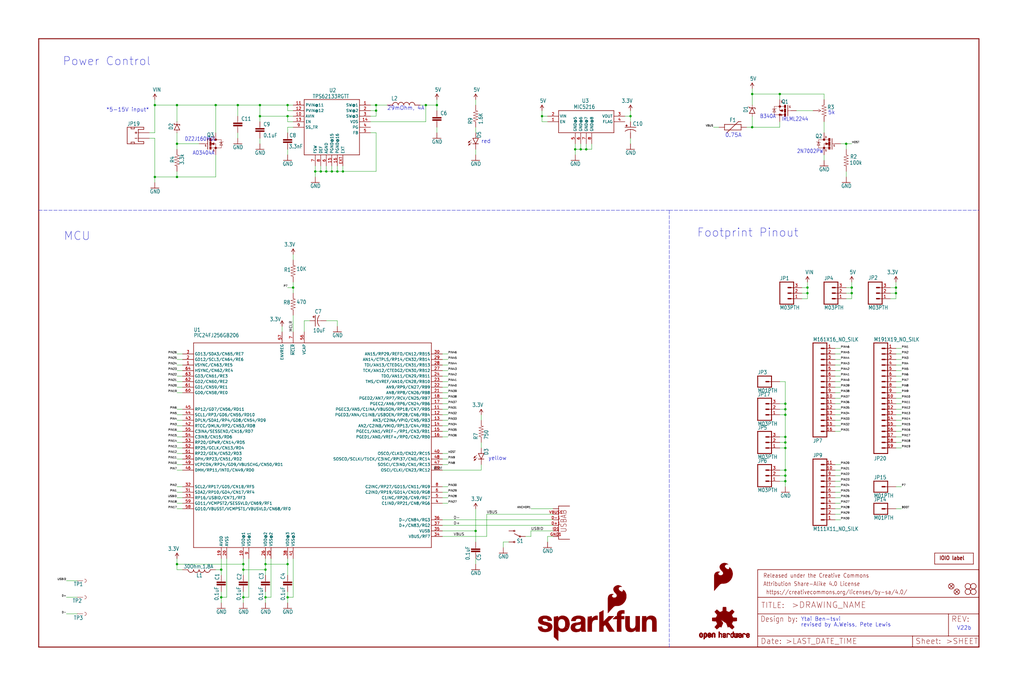
<source format=kicad_sch>
(kicad_sch (version 20211123) (generator eeschema)
  (paper "User" 470.306 317.906)
  (lib_symbols
    (symbol "schematicEagle-eagle-import:0.1UF-25V(+80{slash}-20%)(0603)"
      (property "Reference" "C" (at 1.524 2.921 0))
      (property "Value" "0.1UF-25V(+80{slash}-20%)(0603)" (at 1.524 -2.159 0))
      (symbol "0.1UF-25V(+80{slash}-20%)(0603)_1_0"
        (pin passive line (at 0 5.08 270) (length 2.54) (name "1") (number "1"))
        (pin passive line (at 0 -2.54 90) (length 2.54) (name "2") (number "2"))
      )
    )
    (symbol "schematicEagle-eagle-import:1.6KOHM-1{slash}10W-1%(0603)0603"
      (property "Reference" "R" (at -3.81 1.4986 0))
      (property "Value" "1.6KOHM-1{slash}10W-1%(0603)0603" (at -3.81 -3.302 0))
      (symbol "1.6KOHM-1{slash}10W-1%(0603)0603_1_0"
        (pin passive line (at -5.08 0 0) (length 2.54) (name "1") (number "1"))
        (pin passive line (at 5.08 0 180) (length 2.54) (name "2") (number "2"))
      )
    )
    (symbol "schematicEagle-eagle-import:100KOHM-1{slash}10W-1%(0603)"
      (property "Reference" "R" (at -3.81 1.4986 0))
      (property "Value" "100KOHM-1{slash}10W-1%(0603)" (at -3.81 -3.302 0))
      (symbol "100KOHM-1{slash}10W-1%(0603)_1_0"
        (pin passive line (at -5.08 0 0) (length 2.54) (name "1") (number "1"))
        (pin passive line (at 5.08 0 180) (length 2.54) (name "2") (number "2"))
      )
    )
    (symbol "schematicEagle-eagle-import:10KOHM-1{slash}10W-1%(0603)0603"
      (property "Reference" "R" (at -3.81 1.4986 0))
      (property "Value" "10KOHM-1{slash}10W-1%(0603)0603" (at -3.81 -3.302 0))
      (symbol "10KOHM-1{slash}10W-1%(0603)0603_1_0"
        (pin passive line (at -5.08 0 0) (length 2.54) (name "1") (number "1"))
        (pin passive line (at 5.08 0 180) (length 2.54) (name "2") (number "2"))
      )
    )
    (symbol "schematicEagle-eagle-import:10UF-16V-10%(TANT)"
      (property "Reference" "C" (at 1.016 0.635 0))
      (property "Value" "10UF-16V-10%(TANT)" (at 1.016 -4.191 0))
      (symbol "10UF-16V-10%(TANT)_1_0"
        (pin passive line (at 0 2.54 270) (length 2.54) (name "+") (number "A"))
        (pin passive line (at 0 -5.08 90) (length 2.54) (name "-") (number "C"))
      )
    )
    (symbol "schematicEagle-eagle-import:10UF10V10%(0805)"
      (property "Reference" "C" (at 1.524 2.921 0))
      (property "Value" "10UF10V10%(0805)" (at 1.524 -2.159 0))
      (symbol "10UF10V10%(0805)_1_0"
        (pin passive line (at 0 5.08 270) (length 2.54) (name "1") (number "1"))
        (pin passive line (at 0 -2.54 90) (length 2.54) (name "2") (number "2"))
      )
    )
    (symbol "schematicEagle-eagle-import:10UF50V20%(1210)"
      (property "Reference" "C" (at 1.524 2.921 0))
      (property "Value" "10UF50V20%(1210)" (at 1.524 -2.159 0))
      (symbol "10UF50V20%(1210)_1_0"
        (pin passive line (at 0 5.08 270) (length 2.54) (name "1") (number "1"))
        (pin passive line (at 0 -2.54 90) (length 2.54) (name "2") (number "2"))
      )
    )
    (symbol "schematicEagle-eagle-import:3.3KOHM1{slash}10W1%(0603)"
      (property "Reference" "R" (at -3.81 1.4986 0))
      (property "Value" "3.3KOHM1{slash}10W1%(0603)" (at -3.81 -3.302 0))
      (symbol "3.3KOHM1{slash}10W1%(0603)_1_0"
        (pin passive line (at -5.08 0 0) (length 2.54) (name "1") (number "1"))
        (pin passive line (at 5.08 0 180) (length 2.54) (name "2") (number "2"))
      )
    )
    (symbol "schematicEagle-eagle-import:3.3NF-100V-10%(0603)"
      (property "Reference" "C" (at 1.524 2.921 0))
      (property "Value" "3.3NF-100V-10%(0603)" (at 1.524 -2.159 0))
      (symbol "3.3NF-100V-10%(0603)_1_0"
        (pin passive line (at 0 5.08 270) (length 2.54) (name "1") (number "1"))
        (pin passive line (at 0 -2.54 90) (length 2.54) (name "2") (number "2"))
      )
    )
    (symbol "schematicEagle-eagle-import:3.3V" (power)
      (property "Value" "3.3V" (at -1.016 3.556 0))
      (symbol "3.3V_1_0"
        (pin power_in line (at 0 0 90) (length 2.54) (name "3.3V") (number "1"))
      )
    )
    (symbol "schematicEagle-eagle-import:470OHM1{slash}10W1%(0603)"
      (property "Reference" "R" (at -3.81 1.4986 0))
      (property "Value" "470OHM1{slash}10W1%(0603)" (at -3.81 -3.302 0))
      (symbol "470OHM1{slash}10W1%(0603)_1_0"
        (pin passive line (at -5.08 0 0) (length 2.54) (name "1") (number "1"))
        (pin passive line (at 5.08 0 180) (length 2.54) (name "2") (number "2"))
      )
    )
    (symbol "schematicEagle-eagle-import:5V" (power)
      (property "Value" "5V" (at -1.016 3.556 0))
      (symbol "5V_1_0"
        (pin power_in line (at 0 0 90) (length 2.54) (name "5V") (number "1"))
      )
    )
    (symbol "schematicEagle-eagle-import:750OHM1{slash}10W1%(0603)0603"
      (property "Reference" "R" (at -3.81 1.4986 0))
      (property "Value" "750OHM1{slash}10W1%(0603)0603" (at -3.81 -3.302 0))
      (symbol "750OHM1{slash}10W1%(0603)0603_1_0"
        (pin passive line (at -5.08 0 0) (length 2.54) (name "1") (number "1"))
        (pin passive line (at 5.08 0 180) (length 2.54) (name "2") (number "2"))
      )
    )
    (symbol "schematicEagle-eagle-import:DIODE-SCHOTTKY-B340A"
      (property "Reference" "D" (at 2.54 0.4826 0))
      (property "Value" "DIODE-SCHOTTKY-B340A" (at 2.54 -2.3114 0))
      (symbol "DIODE-SCHOTTKY-B340A_1_0"
        (pin passive line (at -2.54 0 0) (length 0) (name "A") (number "A"))
        (pin passive line (at 2.54 0 180) (length 0) (name "C") (number "C"))
      )
    )
    (symbol "schematicEagle-eagle-import:DIODE-ZENERDZ2J150M0L"
      (property "Reference" "D" (at 2.54 0.4826 0))
      (property "Value" "DIODE-ZENERDZ2J150M0L" (at 2.54 -2.3114 0))
      (symbol "DIODE-ZENERDZ2J150M0L_1_0"
        (pin passive line (at -2.54 0 0) (length 0) (name "A") (number "A"))
        (pin passive line (at 2.54 0 180) (length 0) (name "C") (number "C"))
      )
    )
    (symbol "schematicEagle-eagle-import:FIDUCIALUFIDUCIAL")
    (symbol "schematicEagle-eagle-import:FRAME-LEDGER"
      (symbol "FRAME-LEDGER_2_0"
        (text " https://creativecommons.org/licenses/by-sa/4.0/" (at 2.54 24.13 0) (effects (font (size 1.9304 1.6408)) (justify left bottom)))
        (text ">DRAWING_NAME" (at 15.494 17.78 0) (effects (font (size 2.7432 2.7432)) (justify left bottom)))
        (text ">LAST_DATE_TIME" (at 12.7 1.27 0) (effects (font (size 2.54 2.54)) (justify left bottom)))
        (text ">SHEET" (at 86.36 1.27 0) (effects (font (size 2.54 2.54)) (justify left bottom)))
        (text "Attribution Share-Alike 4.0 License" (at 2.54 27.94 0) (effects (font (size 1.9304 1.6408)) (justify left bottom)))
        (text "Date:" (at 1.27 1.27 0) (effects (font (size 2.54 2.54)) (justify left bottom)))
        (text "Design by:" (at 1.27 11.43 0) (effects (font (size 2.54 2.159)) (justify left bottom)))
        (text "Released under the Creative Commons" (at 2.54 31.75 0) (effects (font (size 1.9304 1.6408)) (justify left bottom)))
        (text "REV:" (at 88.9 11.43 0) (effects (font (size 2.54 2.54)) (justify left bottom)))
        (text "Sheet:" (at 72.39 1.27 0) (effects (font (size 2.54 2.54)) (justify left bottom)))
        (text "TITLE:" (at 1.524 17.78 0) (effects (font (size 2.54 2.54)) (justify left bottom)))
      )
    )
    (symbol "schematicEagle-eagle-import:GND" (power)
      (property "Value" "GND" (at -2.54 -2.54 0))
      (symbol "GND_1_0"
        (pin power_in line (at 0 2.54 270) (length 2.54) (name "GND") (number "1"))
      )
    )
    (symbol "schematicEagle-eagle-import:INDUCTOR30OHM,1.8A"
      (property "Reference" "L" (at 2.54 5.08 0))
      (property "Value" "INDUCTOR30OHM,1.8A" (at 2.54 -5.08 0))
      (symbol "INDUCTOR30OHM,1.8A_1_0"
        (pin passive line (at 0 7.62 270) (length 2.54) (name "1") (number "1"))
        (pin passive line (at 0 -7.62 90) (length 2.54) (name "2") (number "2"))
      )
    )
    (symbol "schematicEagle-eagle-import:INDUCTORCR54-3.3UH"
      (property "Reference" "L" (at 2.54 5.08 0))
      (property "Value" "INDUCTORCR54-3.3UH" (at 2.54 -5.08 0))
      (symbol "INDUCTORCR54-3.3UH_1_0"
        (pin passive line (at 0 7.62 270) (length 2.54) (name "1") (number "P$1"))
        (pin passive line (at 0 -7.62 90) (length 2.54) (name "2") (number "P$2"))
      )
    )
    (symbol "schematicEagle-eagle-import:IOIO-OTG"
      (symbol "IOIO-OTG_1_0"
        (text "IOIO label" (at 2.032 1.778 0) (effects (font (size 1.778 1.5113) (thickness 0.3023) bold) (justify left bottom)))
      )
    )
    (symbol "schematicEagle-eagle-import:JST_2MM_MALE"
      (property "Reference" "J" (at -2.54 5.842 0))
      (symbol "JST_2MM_MALE_1_0"
        (pin bidirectional line (at 0 -5.08 90) (length 5.08) (name "-") (number "1"))
        (pin bidirectional line (at 2.54 -5.08 90) (length 5.08) (name "+") (number "2"))
        (pin bidirectional line (at -2.54 2.54 90) (length 0) (name "PAD1") (number "NC1"))
        (pin bidirectional line (at 5.08 2.54 90) (length 0) (name "PAD2") (number "NC2"))
      )
    )
    (symbol "schematicEagle-eagle-import:LED-RED0603-SMART"
      (property "Reference" "D" (at 3.556 -4.572 90))
      (property "Value" "LED-RED0603-SMART" (at 5.715 -4.572 90))
      (symbol "LED-RED0603-SMART_1_0"
        (pin passive line (at 0 2.54 270) (length 2.54) (name "A") (number "A"))
        (pin passive line (at 0 -5.08 90) (length 2.54) (name "C") (number "C"))
      )
    )
    (symbol "schematicEagle-eagle-import:LED-YELLOW0603-SMART"
      (property "Reference" "D" (at 3.556 -4.572 90))
      (property "Value" "LED-YELLOW0603-SMART" (at 5.715 -4.572 90))
      (symbol "LED-YELLOW0603-SMART_1_0"
        (pin passive line (at 0 2.54 270) (length 2.54) (name "A") (number "A"))
        (pin passive line (at 0 -5.08 90) (length 2.54) (name "C") (number "C"))
      )
    )
    (symbol "schematicEagle-eagle-import:M01PTH"
      (property "Reference" "JP" (at -2.54 3.302 0))
      (property "Value" "M01PTH" (at -2.54 -5.08 0))
      (symbol "M01PTH_1_0"
        (pin passive line (at 7.62 0 180) (length 5.08) (name "1") (number "1"))
      )
    )
    (symbol "schematicEagle-eagle-import:M03PTH"
      (property "Reference" "JP" (at -2.54 5.842 0))
      (property "Value" "M03PTH" (at -2.54 -7.62 0))
      (symbol "M03PTH_1_0"
        (pin passive line (at 7.62 -2.54 180) (length 5.08) (name "1") (number "1"))
        (pin passive line (at 7.62 0 180) (length 5.08) (name "2") (number "2"))
        (pin passive line (at 7.62 2.54 180) (length 5.08) (name "3") (number "3"))
      )
    )
    (symbol "schematicEagle-eagle-import:M111X11_NO_SILK"
      (property "Reference" "JP" (at 0 16.002 0))
      (property "Value" "M111X11_NO_SILK" (at 0 -17.78 0))
      (symbol "M111X11_NO_SILK_1_0"
        (pin passive line (at 10.16 -12.7 180) (length 5.08) (name "1") (number "1"))
        (pin passive line (at 10.16 10.16 180) (length 5.08) (name "10") (number "10"))
        (pin passive line (at 10.16 12.7 180) (length 5.08) (name "11") (number "11"))
        (pin passive line (at 10.16 -10.16 180) (length 5.08) (name "2") (number "2"))
        (pin passive line (at 10.16 -7.62 180) (length 5.08) (name "3") (number "3"))
        (pin passive line (at 10.16 -5.08 180) (length 5.08) (name "4") (number "4"))
        (pin passive line (at 10.16 -2.54 180) (length 5.08) (name "5") (number "5"))
        (pin passive line (at 10.16 0 180) (length 5.08) (name "6") (number "6"))
        (pin passive line (at 10.16 2.54 180) (length 5.08) (name "7") (number "7"))
        (pin passive line (at 10.16 5.08 180) (length 5.08) (name "8") (number "8"))
        (pin passive line (at 10.16 7.62 180) (length 5.08) (name "9") (number "9"))
      )
    )
    (symbol "schematicEagle-eagle-import:M161X16_NO_SILK"
      (property "Reference" "JP" (at 0 21.082 0))
      (property "Value" "M161X16_NO_SILK" (at 0 -25.4 0))
      (symbol "M161X16_NO_SILK_1_0"
        (pin passive line (at 10.16 -20.32 180) (length 5.08) (name "1") (number "1"))
        (pin passive line (at 10.16 2.54 180) (length 5.08) (name "10") (number "10"))
        (pin passive line (at 10.16 5.08 180) (length 5.08) (name "11") (number "11"))
        (pin passive line (at 10.16 7.62 180) (length 5.08) (name "12") (number "12"))
        (pin passive line (at 10.16 10.16 180) (length 5.08) (name "13") (number "13"))
        (pin passive line (at 10.16 12.7 180) (length 5.08) (name "14") (number "14"))
        (pin passive line (at 10.16 15.24 180) (length 5.08) (name "15") (number "15"))
        (pin passive line (at 10.16 17.78 180) (length 5.08) (name "16") (number "16"))
        (pin passive line (at 10.16 -17.78 180) (length 5.08) (name "2") (number "2"))
        (pin passive line (at 10.16 -15.24 180) (length 5.08) (name "3") (number "3"))
        (pin passive line (at 10.16 -12.7 180) (length 5.08) (name "4") (number "4"))
        (pin passive line (at 10.16 -10.16 180) (length 5.08) (name "5") (number "5"))
        (pin passive line (at 10.16 -7.62 180) (length 5.08) (name "6") (number "6"))
        (pin passive line (at 10.16 -5.08 180) (length 5.08) (name "7") (number "7"))
        (pin passive line (at 10.16 -2.54 180) (length 5.08) (name "8") (number "8"))
        (pin passive line (at 10.16 0 180) (length 5.08) (name "9") (number "9"))
      )
    )
    (symbol "schematicEagle-eagle-import:M191X19_NO_SILK"
      (property "Value" "M191X19_NO_SILK" (at 0 -27.94 0))
      (symbol "M191X19_NO_SILK_1_0"
        (pin passive line (at 10.16 -22.86 180) (length 5.08) (name "1") (number "1"))
        (pin passive line (at 10.16 0 180) (length 5.08) (name "10") (number "10"))
        (pin passive line (at 10.16 2.54 180) (length 5.08) (name "11") (number "11"))
        (pin passive line (at 10.16 5.08 180) (length 5.08) (name "12") (number "12"))
        (pin passive line (at 10.16 7.62 180) (length 5.08) (name "13") (number "13"))
        (pin passive line (at 10.16 10.16 180) (length 5.08) (name "14") (number "14"))
        (pin passive line (at 10.16 12.7 180) (length 5.08) (name "15") (number "15"))
        (pin passive line (at 10.16 15.24 180) (length 5.08) (name "16") (number "16"))
        (pin passive line (at 10.16 17.78 180) (length 5.08) (name "17") (number "17"))
        (pin passive line (at 10.16 20.32 180) (length 5.08) (name "18") (number "18"))
        (pin passive line (at 10.16 22.86 180) (length 5.08) (name "19") (number "19"))
        (pin passive line (at 10.16 -20.32 180) (length 5.08) (name "2") (number "2"))
        (pin passive line (at 10.16 -17.78 180) (length 5.08) (name "3") (number "3"))
        (pin passive line (at 10.16 -15.24 180) (length 5.08) (name "4") (number "4"))
        (pin passive line (at 10.16 -12.7 180) (length 5.08) (name "5") (number "5"))
        (pin passive line (at 10.16 -10.16 180) (length 5.08) (name "6") (number "6"))
        (pin passive line (at 10.16 -7.62 180) (length 5.08) (name "7") (number "7"))
        (pin passive line (at 10.16 -5.08 180) (length 5.08) (name "8") (number "8"))
        (pin passive line (at 10.16 -2.54 180) (length 5.08) (name "9") (number "9"))
      )
    )
    (symbol "schematicEagle-eagle-import:MOSFET-NCHANNEL2N7002PW"
      (property "Reference" "Q" (at 5.08 2.54 0))
      (property "Value" "MOSFET-NCHANNEL2N7002PW" (at 5.08 0 0))
      (symbol "MOSFET-NCHANNEL2N7002PW_1_0"
        (text "D" (at -1.27 2.54 0) (effects (font (size 0.8128 0.6908)) (justify left bottom)))
        (text "G" (at -5.08 -1.27 0) (effects (font (size 0.8128 0.6908)) (justify left bottom)))
        (text "S" (at -1.27 -3.556 0) (effects (font (size 0.8128 0.6908)) (justify left bottom)))
        (pin passive line (at -7.62 0 0) (length 2.54) (name "G") (number "1"))
        (pin passive line (at 0 -5.08 90) (length 2.54) (name "S") (number "2"))
        (pin passive line (at 0 5.08 270) (length 2.54) (name "D") (number "3"))
      )
    )
    (symbol "schematicEagle-eagle-import:MOSFET-NCHANNELAO3404A"
      (property "Reference" "Q" (at 5.08 2.54 0))
      (property "Value" "MOSFET-NCHANNELAO3404A" (at 5.08 0 0))
      (symbol "MOSFET-NCHANNELAO3404A_1_0"
        (text "D" (at -1.27 2.54 0) (effects (font (size 0.8128 0.6908)) (justify left bottom)))
        (text "G" (at -5.08 -1.27 0) (effects (font (size 0.8128 0.6908)) (justify left bottom)))
        (text "S" (at -1.27 -3.556 0) (effects (font (size 0.8128 0.6908)) (justify left bottom)))
        (pin passive line (at -7.62 0 0) (length 2.54) (name "G") (number "1"))
        (pin passive line (at 0 -5.08 90) (length 2.54) (name "S") (number "2"))
        (pin passive line (at 0 5.08 270) (length 2.54) (name "D") (number "3"))
      )
    )
    (symbol "schematicEagle-eagle-import:MOSFET-PCHANNELIRLML2244"
      (property "Reference" "Q" (at 5.08 2.54 0))
      (property "Value" "MOSFET-PCHANNELIRLML2244" (at 5.08 0 0))
      (symbol "MOSFET-PCHANNELIRLML2244_1_0"
        (text "D" (at -1.27 2.54 0) (effects (font (size 0.8128 0.6908)) (justify left bottom)))
        (text "G" (at -5.08 -1.27 0) (effects (font (size 0.8128 0.6908)) (justify left bottom)))
        (text "S" (at -1.27 -3.556 0) (effects (font (size 0.8128 0.6908)) (justify left bottom)))
        (pin passive line (at -7.62 0 0) (length 2.54) (name "G") (number "1"))
        (pin passive line (at 0 -5.08 90) (length 2.54) (name "S") (number "2"))
        (pin passive line (at 0 5.08 270) (length 2.54) (name "D") (number "3"))
      )
    )
    (symbol "schematicEagle-eagle-import:OSHW-LOGOS")
    (symbol "schematicEagle-eagle-import:PIC24FXXXGPX06"
      (property "Reference" "U" (at -55.88 50.8 0))
      (property "Value" "PIC24FXXXGPX06" (at -55.88 48.26 0))
      (symbol "PIC24FXXXGPX06_1_0"
        (pin bidirectional line (at -60.96 35.56 0) (length 5.08) (name "VSYNC/CN63/RE5") (number "1"))
        (pin power_in line (at -33.02 -53.34 90) (length 5.08) (name "VDD@1") (number "10"))
        (pin bidirectional line (at 58.42 15.24 180) (length 5.08) (name "PGEC3/AN5/C1INA/VBUSON/RP18/CN7/RB5") (number "11"))
        (pin bidirectional line (at 58.42 12.7 180) (length 5.08) (name "PGED3/AN4/C1INB/USBOEN/RP28/CN6/RB4") (number "12"))
        (pin bidirectional line (at 58.42 10.16 180) (length 5.08) (name "AN3/C2INA/VPIO/CN5/RB3") (number "13"))
        (pin bidirectional line (at 58.42 7.62 180) (length 5.08) (name "AN2/C2INB/VMIO/RP13/CN4/RB2") (number "14"))
        (pin bidirectional line (at 58.42 5.08 180) (length 5.08) (name "PGEC1/AN1/VREF-/RP1/CN3/RB1") (number "15"))
        (pin bidirectional line (at 58.42 2.54 180) (length 5.08) (name "PGED1/AN0/VREF+/RP0/CN2/RB0") (number "16"))
        (pin bidirectional line (at 58.42 17.78 180) (length 5.08) (name "PGEC2/AN6/RP6/CN24/RB6") (number "17"))
        (pin bidirectional line (at 58.42 20.32 180) (length 5.08) (name "PGED2/AN7/RP7/RCV/CN25/RB7") (number "18"))
        (pin power_in line (at -43.18 -53.34 90) (length 5.08) (name "AVDD") (number "19"))
        (pin bidirectional line (at -60.96 38.1 0) (length 5.08) (name "GD12/SCL3/CN64/RE6") (number "2"))
        (pin power_in line (at -40.64 -53.34 90) (length 5.08) (name "AVSS") (number "20"))
        (pin bidirectional line (at 58.42 22.86 180) (length 5.08) (name "AN8/RP8/CN26/RB8") (number "21"))
        (pin bidirectional line (at 58.42 25.4 180) (length 5.08) (name "AN9/RP9/CN27/RB9") (number "22"))
        (pin bidirectional line (at 58.42 27.94 180) (length 5.08) (name "TMS/CVREF/AN10/CN28/RB10") (number "23"))
        (pin bidirectional line (at 58.42 30.48 180) (length 5.08) (name "TDO/AN11/CN29/RB11") (number "24"))
        (pin power_in line (at -20.32 -53.34 90) (length 5.08) (name "VSS@2") (number "25"))
        (pin power_in line (at -22.86 -53.34 90) (length 5.08) (name "VDD@2") (number "26"))
        (pin bidirectional line (at 58.42 33.02 180) (length 5.08) (name "TCK/AN12/CTEDG2/CN30/RB12") (number "27"))
        (pin bidirectional line (at 58.42 35.56 180) (length 5.08) (name "TDI/AN13/CTEDG1/CN31/RB13") (number "28"))
        (pin bidirectional line (at 58.42 38.1 180) (length 5.08) (name "AN14/CTPLS/RP14/CN32/RB14") (number "29"))
        (pin bidirectional line (at -60.96 40.64 0) (length 5.08) (name "GD13/SDA3/CN65/RE7") (number "3"))
        (pin bidirectional line (at 58.42 40.64 180) (length 5.08) (name "AN15/RP29/REFO/CN12/RB15") (number "30"))
        (pin bidirectional line (at -60.96 -22.86 0) (length 5.08) (name "SDA2/RP10/GD4/CN17/RF4") (number "31"))
        (pin bidirectional line (at -60.96 -20.32 0) (length 5.08) (name "SCL2/RP17/GD5/CN18/RF5") (number "32"))
        (pin bidirectional line (at -60.96 -25.4 0) (length 5.08) (name "RP16/USBID/CN71/RF3") (number "33"))
        (pin input line (at 58.42 -43.18 180) (length 5.08) (name "VBUS/RF7") (number "34"))
        (pin power_in line (at 58.42 -40.64 180) (length 5.08) (name "VUSB") (number "35"))
        (pin bidirectional line (at 58.42 -35.56 180) (length 5.08) (name "D-/CN84/RG3") (number "36"))
        (pin bidirectional line (at 58.42 -38.1 180) (length 5.08) (name "D+/CN83/RG2") (number "37"))
        (pin power_in line (at -12.7 -53.34 90) (length 5.08) (name "VDD@3") (number "38"))
        (pin bidirectional line (at 58.42 -12.7 180) (length 5.08) (name "OSCI/CLKI/CN23/RC12") (number "39"))
        (pin bidirectional line (at 58.42 -27.94 180) (length 5.08) (name "C1IND/RP21/CN8/RG6") (number "4"))
        (pin bidirectional line (at 58.42 -5.08 180) (length 5.08) (name "OSCO/CLKO/CN22/RC15") (number "40"))
        (pin power_in line (at -10.16 -53.34 90) (length 5.08) (name "VSS@3") (number "41"))
        (pin bidirectional line (at -60.96 7.62 0) (length 5.08) (name "RTCC/DMLN/RP2/CN53/RD8") (number "42"))
        (pin bidirectional line (at -60.96 10.16 0) (length 5.08) (name "DPLN/SDA1/RP4/GD8/CN54/RD9") (number "43"))
        (pin bidirectional line (at -60.96 12.7 0) (length 5.08) (name "SCL1/RP3/GD6/CN55/RD10") (number "44"))
        (pin bidirectional line (at -60.96 15.24 0) (length 5.08) (name "RP12/GD7/CN56/RD11") (number "45"))
        (pin bidirectional line (at -60.96 -12.7 0) (length 5.08) (name "DMH/RP11/INT0/CN49/RD0") (number "46"))
        (pin bidirectional line (at 58.42 -10.16 180) (length 5.08) (name "SOSCI/C3IND/CN1/RC13") (number "47"))
        (pin bidirectional line (at 58.42 -7.62 180) (length 5.08) (name "SOSCO/SCLKI/T1CK/C3INC/RPI37/CN0/RC14") (number "48"))
        (pin bidirectional line (at -60.96 -10.16 0) (length 5.08) (name "VCPCON/RP24/GD9/VBUSCHG/CN50/RD1") (number "49"))
        (pin bidirectional line (at 58.42 -25.4 180) (length 5.08) (name "C1INC/RP26/CN9/RG7") (number "5"))
        (pin bidirectional line (at -60.96 -7.62 0) (length 5.08) (name "DPH/RP23/CN51/RD2") (number "50"))
        (pin bidirectional line (at -60.96 -5.08 0) (length 5.08) (name "RP22/GEN/CN52/RD3") (number "51"))
        (pin bidirectional line (at -60.96 -2.54 0) (length 5.08) (name "RP25/GCLK/CN13/RD4") (number "52"))
        (pin bidirectional line (at -60.96 0 0) (length 5.08) (name "RP20/GPWR/CN14/RD5") (number "53"))
        (pin bidirectional line (at -60.96 2.54 0) (length 5.08) (name "C3INB/CN15/RD6") (number "54"))
        (pin bidirectional line (at -60.96 5.08 0) (length 5.08) (name "C3INA/SESSEND/CN16/RD7") (number "55"))
        (pin power_in line (at -5.08 50.8 270) (length 5.08) (name "VCAP") (number "56"))
        (pin input line (at -15.24 50.8 270) (length 5.08) (name "ENVREG") (number "57"))
        (pin bidirectional line (at -60.96 -30.48 0) (length 5.08) (name "GD10/VBUSST/VCMPST1/VBUSVLD/CN68/RF0") (number "58"))
        (pin bidirectional line (at -60.96 -27.94 0) (length 5.08) (name "GD11/VCMPST2/SESSVLD/CN69/RF1") (number "59"))
        (pin bidirectional line (at 58.42 -22.86 180) (length 5.08) (name "C2IND/RP19/GD14/CN10/RG8") (number "6"))
        (pin bidirectional line (at -60.96 22.86 0) (length 5.08) (name "GD0/CN58/RE0") (number "60"))
        (pin bidirectional line (at -60.96 25.4 0) (length 5.08) (name "GD1/CN59/RE1") (number "61"))
        (pin bidirectional line (at -60.96 27.94 0) (length 5.08) (name "GD2/CN60/RE2") (number "62"))
        (pin bidirectional line (at -60.96 30.48 0) (length 5.08) (name "GD3/CN61/RE3") (number "63"))
        (pin bidirectional line (at -60.96 33.02 0) (length 5.08) (name "HSYNC/CN62/RE4") (number "64"))
        (pin input line (at -10.16 50.8 270) (length 5.08) (name "~{MCLR}") (number "7"))
        (pin bidirectional line (at 58.42 -20.32 180) (length 5.08) (name "C2INC/RP27/GD15/CN11/RG9") (number "8"))
        (pin power_in line (at -30.48 -53.34 90) (length 5.08) (name "VSS@1") (number "9"))
      )
    )
    (symbol "schematicEagle-eagle-import:PTCSMD"
      (property "Reference" "F" (at -2.54 3.048 0))
      (property "Value" "PTCSMD" (at -3.302 -5.08 0))
      (symbol "PTCSMD_1_0"
        (pin bidirectional line (at -5.08 0 0) (length 2.54) (name "1") (number "1"))
        (pin bidirectional line (at 7.62 0 180) (length 2.54) (name "2") (number "2"))
      )
    )
    (symbol "schematicEagle-eagle-import:SFE_LOGO_FLAME.1_INCH")
    (symbol "schematicEagle-eagle-import:SFE_LOGO_NAME_FLAME.1_INCH")
    (symbol "schematicEagle-eagle-import:STAND-OFF")
    (symbol "schematicEagle-eagle-import:SWITCH_SPDT"
      (property "Value" "SWITCH_SPDT" (at -2.54 3.81 0))
      (symbol "SWITCH_SPDT_1_0"
        (pin passive line (at 5.08 2.54 180) (length 2.54) (name "O") (number "O"))
        (pin passive line (at -2.54 0 0) (length 2.54) (name "P") (number "P"))
        (pin passive line (at 5.08 -2.54 180) (length 2.54) (name "S") (number "S"))
      )
    )
    (symbol "schematicEagle-eagle-import:TEST-POINT3"
      (property "Reference" "TP" (at -2.54 2.54 0))
      (property "Value" "TEST-POINT3" (at -2.54 -2.54 0))
      (symbol "TEST-POINT3_1_0"
        (pin bidirectional line (at 0 0 180) (length 0) (name "1") (number "P$1"))
      )
    )
    (symbol "schematicEagle-eagle-import:TPS62133RGTT{dblquote}{dblquote}"
      (property "Reference" "U" (at -12.7 12.7 0))
      (property "Value" "TPS62133RGTT{dblquote}{dblquote}" (at -12.7 10.16 0))
      (symbol "TPS62133RGTT{dblquote}{dblquote}_1_0"
        (pin bidirectional line (at 17.78 7.62 180) (length 5.08) (name "SW@1") (number "1"))
        (pin bidirectional line (at -17.78 2.54 0) (length 5.08) (name "AVIN") (number "10"))
        (pin bidirectional line (at -17.78 7.62 0) (length 5.08) (name "PVIN@11") (number "11"))
        (pin bidirectional line (at -17.78 5.08 0) (length 5.08) (name "PVIN@12") (number "12"))
        (pin bidirectional line (at -17.78 0 0) (length 5.08) (name "EN") (number "13"))
        (pin bidirectional line (at 17.78 0 180) (length 5.08) (name "VOS") (number "14"))
        (pin bidirectional line (at 0 -20.32 90) (length 5.08) (name "PGND@15") (number "15"))
        (pin bidirectional line (at 2.54 -20.32 90) (length 5.08) (name "PGND@16") (number "16"))
        (pin bidirectional line (at 17.78 5.08 180) (length 5.08) (name "SW@2") (number "2"))
        (pin bidirectional line (at 17.78 2.54 180) (length 5.08) (name "SW@3") (number "3"))
        (pin bidirectional line (at 17.78 -2.54 180) (length 5.08) (name "PG") (number "4"))
        (pin bidirectional line (at 17.78 -5.08 180) (length 5.08) (name "FB") (number "5"))
        (pin bidirectional line (at -2.54 -20.32 90) (length 5.08) (name "AGND") (number "6"))
        (pin bidirectional line (at -7.62 -20.32 90) (length 5.08) (name "FSW") (number "7"))
        (pin bidirectional line (at -5.08 -20.32 90) (length 5.08) (name "DEF") (number "8"))
        (pin bidirectional line (at -17.78 -2.54 0) (length 5.08) (name "SS_TR") (number "9"))
        (pin bidirectional line (at 5.08 -20.32 90) (length 5.08) (name "EXT") (number "EXT"))
      )
    )
    (symbol "schematicEagle-eagle-import:TRIMPOTRES-11156"
      (property "Reference" "R" (at -11.43 1.4986 0))
      (property "Value" "TRIMPOTRES-11156" (at -3.81 -3.302 0))
      (symbol "TRIMPOTRES-11156_1_0"
        (pin passive line (at -5.08 0 0) (length 2.54) (name "CCW") (number "A"))
        (pin passive line (at 0 5.08 270) (length 2.54) (name "WIPER") (number "B"))
        (pin passive line (at 5.08 0 180) (length 2.54) (name "CW") (number "C"))
      )
    )
    (symbol "schematicEagle-eagle-import:USB-ABCONN-11794"
      (symbol "USB-ABCONN-11794_1_0"
        (text "USBAB" (at 1.27 -7.366 900) (effects (font (size 2.54 2.159)) (justify left bottom)))
        (pin bidirectional line (at -5.08 0 0) (length 2.54) (name "D+") (number "D+1"))
        (pin bidirectional line (at -5.08 -2.54 0) (length 2.54) (name "D-") (number "D-1"))
        (pin bidirectional line (at -5.08 5.08 0) (length 2.54) (name "GND") (number "GND1"))
        (pin bidirectional line (at -5.08 2.54 0) (length 2.54) (name "USBID") (number "ID1"))
        (pin bidirectional line (at -5.08 -7.62 0) (length 2.54) (name "SHIELD") (number "SHIELD1"))
        (pin bidirectional line (at -5.08 -7.62 0) (length 2.54) (name "SHIELD") (number "SHIELD2"))
        (pin bidirectional line (at -5.08 -7.62 0) (length 2.54) (name "SHIELD") (number "SHIELD3"))
        (pin bidirectional line (at -5.08 -5.08 0) (length 2.54) (name "VBUS") (number "VBUS1"))
      )
    )
    (symbol "schematicEagle-eagle-import:VIN" (power)
      (property "Value" "VIN" (at -1.016 3.556 0))
      (symbol "VIN_1_0"
        (pin power_in line (at 0 0 90) (length 2.54) (name "VIN") (number "1"))
      )
    )
    (symbol "schematicEagle-eagle-import:V_REG_MIC5216"
      (property "Reference" "U" (at -12.7 5.08 0))
      (property "Value" "V_REG_MIC5216" (at 5.08 5.08 0))
      (symbol "V_REG_MIC5216_1_0"
        (pin bidirectional line (at -17.78 0 0) (length 5.08) (name "EN") (number "1"))
        (pin bidirectional line (at -17.78 2.54 0) (length 5.08) (name "VIN") (number "2"))
        (pin bidirectional line (at 17.78 2.54 180) (length 5.08) (name "VOUT") (number "3"))
        (pin bidirectional line (at 17.78 0 180) (length 5.08) (name "FLAG") (number "4"))
        (pin bidirectional line (at -5.08 -10.16 90) (length 5.08) (name "GND@5") (number "5"))
        (pin bidirectional line (at -2.54 -10.16 90) (length 5.08) (name "GND@6") (number "6"))
        (pin bidirectional line (at 0 -10.16 90) (length 5.08) (name "GND@7") (number "7"))
        (pin bidirectional line (at 2.54 -10.16 90) (length 5.08) (name "GND@8") (number "8"))
      )
    )
  )
  (junction (at 101.6 261.62))
  (junction (at 109.22 48.26))
  (junction (at 119.38 48.26))
  (junction (at 152.4 78.74))
  (junction (at 391.16 134.62))
  (junction (at 71.12 81.28))
  (junction (at 360.68 200.66))
  (junction (at 81.28 66.04))
  (junction (at 147.32 78.74))
  (junction (at 360.68 185.42))
  (junction (at 119.38 53.34))
  (junction (at 264.16 68.58))
  (junction (at 144.78 78.74))
  (junction (at 411.48 132.08))
  (junction (at 370.84 134.62))
  (junction (at 81.28 48.26))
  (junction (at 218.44 243.84))
  (junction (at 370.84 132.08))
  (junction (at 248.92 53.34))
  (junction (at 345.44 43.18))
  (junction (at 111.76 261.62))
  (junction (at 132.08 48.26))
  (junction (at 360.68 190.5))
  (junction (at 360.68 187.96))
  (junction (at 360.68 205.74))
  (junction (at 360.68 215.9))
  (junction (at 149.86 78.74))
  (junction (at 360.68 203.2))
  (junction (at 111.76 259.08))
  (junction (at 157.48 78.74))
  (junction (at 360.68 218.44))
  (junction (at 411.48 134.62))
  (junction (at 121.92 274.32))
  (junction (at 269.24 68.58))
  (junction (at 121.92 261.62))
  (junction (at 132.08 259.08))
  (junction (at 388.62 66.04))
  (junction (at 345.44 58.42))
  (junction (at 111.76 274.32))
  (junction (at 391.16 132.08))
  (junction (at 172.72 48.26))
  (junction (at 99.06 48.26))
  (junction (at 101.6 274.32))
  (junction (at 71.12 48.26))
  (junction (at 289.56 53.34))
  (junction (at 154.94 78.74))
  (junction (at 132.08 53.34))
  (junction (at 360.68 220.98))
  (junction (at 200.66 48.26))
  (junction (at 81.28 81.28))
  (junction (at 134.62 132.08))
  (junction (at 81.28 259.08))
  (junction (at 358.14 43.18))
  (junction (at 121.92 259.08))
  (junction (at 195.58 48.26))
  (junction (at 172.72 50.8))
  (junction (at 266.7 68.58))
  (junction (at 132.08 274.32))
  (wire (pts (xy 243.84 243.84) (xy 243.84 246.38)))
  (wire (pts (xy 132.08 259.08) (xy 132.08 256.54)))
  (wire (pts (xy 83.82 226.06) (xy 81.28 226.06)))
  (wire (pts (xy 220.98 203.2) (xy 220.98 205.74)))
  (wire (pts (xy 414.02 198.12) (xy 411.48 198.12)))
  (wire (pts (xy 170.18 55.88) (xy 195.58 55.88)))
  (wire (pts (xy 154.94 78.74) (xy 157.48 78.74)))
  (wire (pts (xy 134.62 274.32) (xy 132.08 274.32)))
  (wire (pts (xy 251.46 246.38) (xy 251.46 248.92)))
  (wire (pts (xy 200.66 58.42) (xy 200.66 60.96)))
  (wire (pts (xy 358.14 58.42) (xy 358.14 55.88)))
  (wire (pts (xy 83.82 175.26) (xy 81.28 175.26)))
  (wire (pts (xy 414.02 172.72) (xy 411.48 172.72)))
  (wire (pts (xy 154.94 147.32) (xy 154.94 149.86)))
  (wire (pts (xy 386.08 218.44) (xy 383.54 218.44)))
  (wire (pts (xy 368.3 134.62) (xy 370.84 134.62)))
  (wire (pts (xy 345.44 48.26) (xy 345.44 43.18)))
  (wire (pts (xy 124.46 256.54) (xy 124.46 274.32)))
  (wire (pts (xy 83.82 195.58) (xy 81.28 195.58)))
  (wire (pts (xy 386.08 198.12) (xy 383.54 198.12)))
  (wire (pts (xy 172.72 48.26) (xy 177.8 48.26)))
  (wire (pts (xy 132.08 50.8) (xy 132.08 48.26)))
  (wire (pts (xy 119.38 63.5) (xy 119.38 66.04)))
  (wire (pts (xy 386.08 185.42) (xy 383.54 185.42)))
  (wire (pts (xy 172.72 60.96) (xy 172.72 78.74)))
  (wire (pts (xy 132.08 264.16) (xy 132.08 259.08)))
  (wire (pts (xy 101.6 274.32) (xy 101.6 271.78)))
  (wire (pts (xy 99.06 81.28) (xy 81.28 81.28)))
  (wire (pts (xy 254 243.84) (xy 243.84 243.84)))
  (wire (pts (xy 345.44 58.42) (xy 345.44 53.34)))
  (wire (pts (xy 203.2 182.88) (xy 205.74 182.88)))
  (wire (pts (xy 83.82 198.12) (xy 81.28 198.12)))
  (wire (pts (xy 264.16 66.04) (xy 264.16 68.58)))
  (wire (pts (xy 114.3 256.54) (xy 114.3 274.32)))
  (wire (pts (xy 83.82 228.6) (xy 81.28 228.6)))
  (wire (pts (xy 383.54 177.8) (xy 386.08 177.8)))
  (wire (pts (xy 195.58 48.26) (xy 200.66 48.26)))
  (wire (pts (xy 152.4 78.74) (xy 154.94 78.74)))
  (wire (pts (xy 71.12 60.96) (xy 71.12 48.26)))
  (wire (pts (xy 218.44 259.08) (xy 218.44 256.54)))
  (wire (pts (xy 132.08 55.88) (xy 132.08 53.34)))
  (wire (pts (xy 414.02 190.5) (xy 411.48 190.5)))
  (wire (pts (xy 414.02 180.34) (xy 411.48 180.34)))
  (wire (pts (xy 134.62 116.84) (xy 134.62 119.38)))
  (wire (pts (xy 360.68 185.42) (xy 360.68 175.26)))
  (wire (pts (xy 81.28 259.08) (xy 81.28 256.54)))
  (wire (pts (xy 254 233.68) (xy 243.84 233.68)))
  (wire (pts (xy 345.44 43.18) (xy 345.44 40.64)))
  (wire (pts (xy 83.82 231.14) (xy 81.28 231.14)))
  (wire (pts (xy 83.82 180.34) (xy 81.28 180.34)))
  (wire (pts (xy 83.82 205.74) (xy 81.28 205.74)))
  (wire (pts (xy 81.28 66.04) (xy 81.28 68.58)))
  (wire (pts (xy 71.12 48.26) (xy 71.12 45.72)))
  (wire (pts (xy 144.78 76.2) (xy 144.78 78.74)))
  (wire (pts (xy 99.06 71.12) (xy 99.06 81.28)))
  (wire (pts (xy 104.14 274.32) (xy 101.6 274.32)))
  (wire (pts (xy 147.32 76.2) (xy 147.32 78.74)))
  (wire (pts (xy 129.54 149.86) (xy 129.54 152.4)))
  (wire (pts (xy 370.84 132.08) (xy 370.84 129.54)))
  (wire (pts (xy 134.62 53.34) (xy 132.08 53.34)))
  (wire (pts (xy 378.46 73.66) (xy 378.46 71.12)))
  (wire (pts (xy 378.46 43.18) (xy 358.14 43.18)))
  (wire (pts (xy 223.52 246.38) (xy 223.52 236.22)))
  (wire (pts (xy 203.2 226.06) (xy 205.74 226.06)))
  (wire (pts (xy 386.08 236.22) (xy 383.54 236.22)))
  (wire (pts (xy 414.02 200.66) (xy 411.48 200.66)))
  (wire (pts (xy 414.02 177.8) (xy 411.48 177.8)))
  (wire (pts (xy 358.14 190.5) (xy 360.68 190.5)))
  (wire (pts (xy 264.16 68.58) (xy 266.7 68.58)))
  (wire (pts (xy 411.48 134.62) (xy 411.48 132.08)))
  (wire (pts (xy 388.62 134.62) (xy 391.16 134.62)))
  (wire (pts (xy 134.62 132.08) (xy 134.62 134.62)))
  (wire (pts (xy 266.7 68.58) (xy 269.24 68.58)))
  (wire (pts (xy 71.12 63.5) (xy 71.12 81.28)))
  (wire (pts (xy 391.16 134.62) (xy 391.16 132.08)))
  (wire (pts (xy 254 246.38) (xy 251.46 246.38)))
  (wire (pts (xy 289.56 53.34) (xy 287.02 53.34)))
  (wire (pts (xy 411.48 160.02) (xy 414.02 160.02)))
  (wire (pts (xy 414.02 167.64) (xy 411.48 167.64)))
  (wire (pts (xy 200.66 48.26) (xy 200.66 45.72)))
  (wire (pts (xy 386.08 228.6) (xy 383.54 228.6)))
  (wire (pts (xy 121.92 261.62) (xy 111.76 261.62)))
  (wire (pts (xy 83.82 215.9) (xy 81.28 215.9)))
  (polyline (pts (xy 17.78 96.52) (xy 307.34 96.52)))
  (wire (pts (xy 383.54 170.18) (xy 386.08 170.18)))
  (wire (pts (xy 152.4 76.2) (xy 152.4 78.74)))
  (wire (pts (xy 111.76 261.62) (xy 111.76 259.08)))
  (wire (pts (xy 358.14 218.44) (xy 360.68 218.44)))
  (wire (pts (xy 383.54 182.88) (xy 386.08 182.88)))
  (wire (pts (xy 203.2 165.1) (xy 205.74 165.1)))
  (wire (pts (xy 358.14 220.98) (xy 360.68 220.98)))
  (wire (pts (xy 134.62 50.8) (xy 132.08 50.8)))
  (wire (pts (xy 149.86 78.74) (xy 152.4 78.74)))
  (wire (pts (xy 383.54 180.34) (xy 386.08 180.34)))
  (wire (pts (xy 203.2 172.72) (xy 205.74 172.72)))
  (wire (pts (xy 83.82 233.68) (xy 81.28 233.68)))
  (wire (pts (xy 119.38 53.34) (xy 119.38 55.88)))
  (polyline (pts (xy 307.34 297.18) (xy 307.34 96.52)))
  (wire (pts (xy 81.28 81.28) (xy 81.28 78.74)))
  (wire (pts (xy 203.2 180.34) (xy 205.74 180.34)))
  (wire (pts (xy 195.58 48.26) (xy 193.04 48.26)))
  (wire (pts (xy 203.2 200.66) (xy 205.74 200.66)))
  (wire (pts (xy 383.54 172.72) (xy 386.08 172.72)))
  (wire (pts (xy 144.78 81.28) (xy 144.78 78.74)))
  (wire (pts (xy 149.86 147.32) (xy 154.94 147.32)))
  (wire (pts (xy 383.54 165.1) (xy 386.08 165.1)))
  (wire (pts (xy 289.56 53.34) (xy 289.56 55.88)))
  (wire (pts (xy 218.44 243.84) (xy 218.44 248.92)))
  (wire (pts (xy 414.02 175.26) (xy 411.48 175.26)))
  (wire (pts (xy 111.76 259.08) (xy 111.76 256.54)))
  (wire (pts (xy 203.2 246.38) (xy 223.52 246.38)))
  (wire (pts (xy 383.54 162.56) (xy 386.08 162.56)))
  (wire (pts (xy 414.02 193.04) (xy 411.48 193.04)))
  (wire (pts (xy 83.82 193.04) (xy 81.28 193.04)))
  (wire (pts (xy 360.68 187.96) (xy 360.68 185.42)))
  (wire (pts (xy 134.62 58.42) (xy 132.08 58.42)))
  (wire (pts (xy 91.44 66.04) (xy 81.28 66.04)))
  (wire (pts (xy 109.22 48.26) (xy 99.06 48.26)))
  (wire (pts (xy 383.54 160.02) (xy 386.08 160.02)))
  (wire (pts (xy 386.08 223.52) (xy 383.54 223.52)))
  (wire (pts (xy 203.2 215.9) (xy 220.98 215.9)))
  (wire (pts (xy 358.14 215.9) (xy 360.68 215.9)))
  (wire (pts (xy 388.62 132.08) (xy 391.16 132.08)))
  (wire (pts (xy 414.02 205.74) (xy 411.48 205.74)))
  (wire (pts (xy 203.2 198.12) (xy 205.74 198.12)))
  (wire (pts (xy 132.08 48.26) (xy 119.38 48.26)))
  (wire (pts (xy 408.94 134.62) (xy 411.48 134.62)))
  (wire (pts (xy 388.62 66.04) (xy 391.16 66.04)))
  (wire (pts (xy 414.02 185.42) (xy 411.48 185.42)))
  (wire (pts (xy 266.7 66.04) (xy 266.7 68.58)))
  (wire (pts (xy 411.48 233.68) (xy 414.02 233.68)))
  (wire (pts (xy 358.14 43.18) (xy 358.14 45.72)))
  (wire (pts (xy 83.82 170.18) (xy 81.28 170.18)))
  (wire (pts (xy 378.46 43.18) (xy 378.46 45.72)))
  (wire (pts (xy 68.58 60.96) (xy 71.12 60.96)))
  (wire (pts (xy 391.16 137.16) (xy 391.16 134.62)))
  (wire (pts (xy 370.84 137.16) (xy 370.84 134.62)))
  (wire (pts (xy 368.3 137.16) (xy 370.84 137.16)))
  (wire (pts (xy 83.82 203.2) (xy 81.28 203.2)))
  (wire (pts (xy 254 238.76) (xy 203.2 238.76)))
  (polyline (pts (xy 307.34 96.52) (xy 449.58 96.52)))
  (wire (pts (xy 218.44 58.42) (xy 218.44 60.96)))
  (wire (pts (xy 345.44 58.42) (xy 358.14 58.42)))
  (wire (pts (xy 243.84 246.38) (xy 241.3 246.38)))
  (wire (pts (xy 386.08 193.04) (xy 383.54 193.04)))
  (wire (pts (xy 132.08 276.86) (xy 132.08 274.32)))
  (wire (pts (xy 220.98 213.36) (xy 220.98 215.9)))
  (wire (pts (xy 345.44 43.18) (xy 358.14 43.18)))
  (wire (pts (xy 119.38 48.26) (xy 109.22 48.26)))
  (wire (pts (xy 218.44 243.84) (xy 218.44 233.68)))
  (wire (pts (xy 203.2 162.56) (xy 205.74 162.56)))
  (wire (pts (xy 170.18 60.96) (xy 172.72 60.96)))
  (wire (pts (xy 269.24 68.58) (xy 271.78 68.58)))
  (wire (pts (xy 83.82 208.28) (xy 81.28 208.28)))
  (wire (pts (xy 386.08 213.36) (xy 383.54 213.36)))
  (wire (pts (xy 231.14 248.92) (xy 231.14 251.46)))
  (wire (pts (xy 121.92 259.08) (xy 132.08 259.08)))
  (wire (pts (xy 172.72 48.26) (xy 170.18 48.26)))
  (wire (pts (xy 231.14 248.92) (xy 233.68 248.92)))
  (wire (pts (xy 411.48 132.08) (xy 411.48 129.54)))
  (wire (pts (xy 360.68 175.26) (xy 358.14 175.26)))
  (wire (pts (xy 388.62 137.16) (xy 391.16 137.16)))
  (wire (pts (xy 271.78 68.58) (xy 271.78 66.04)))
  (wire (pts (xy 289.56 53.34) (xy 289.56 50.8)))
  (wire (pts (xy 83.82 223.52) (xy 81.28 223.52)))
  (wire (pts (xy 358.14 200.66) (xy 360.68 200.66)))
  (wire (pts (xy 35.56 266.7) (xy 30.48 266.7)))
  (wire (pts (xy 81.28 81.28) (xy 71.12 81.28)))
  (wire (pts (xy 124.46 274.32) (xy 121.92 274.32)))
  (wire (pts (xy 154.94 76.2) (xy 154.94 78.74)))
  (wire (pts (xy 218.44 48.26) (xy 218.44 45.72)))
  (wire (pts (xy 109.22 53.34) (xy 109.22 48.26)))
  (wire (pts (xy 251.46 55.88) (xy 248.92 55.88)))
  (wire (pts (xy 414.02 170.18) (xy 411.48 170.18)))
  (wire (pts (xy 388.62 66.04) (xy 388.62 68.58)))
  (wire (pts (xy 414.02 182.88) (xy 411.48 182.88)))
  (wire (pts (xy 134.62 48.26) (xy 132.08 48.26)))
  (wire (pts (xy 132.08 274.32) (xy 132.08 271.78)))
  (wire (pts (xy 157.48 78.74) (xy 157.48 76.2)))
  (wire (pts (xy 121.92 274.32) (xy 121.92 271.78)))
  (wire (pts (xy 71.12 81.28) (xy 71.12 83.82)))
  (wire (pts (xy 83.82 261.62) (xy 81.28 261.62)))
  (wire (pts (xy 134.62 55.88) (xy 132.08 55.88)))
  (wire (pts (xy 360.68 223.52) (xy 360.68 220.98)))
  (wire (pts (xy 368.3 132.08) (xy 370.84 132.08)))
  (wire (pts (xy 386.08 187.96) (xy 383.54 187.96)))
  (wire (pts (xy 386.08 220.98) (xy 383.54 220.98)))
  (wire (pts (xy 203.2 170.18) (xy 205.74 170.18)))
  (wire (pts (xy 111.76 276.86) (xy 111.76 274.32)))
  (wire (pts (xy 99.06 261.62) (xy 101.6 261.62)))
  (wire (pts (xy 360.68 220.98) (xy 360.68 218.44)))
  (wire (pts (xy 83.82 190.5) (xy 81.28 190.5)))
  (wire (pts (xy 83.82 172.72) (xy 81.28 172.72)))
  (wire (pts (xy 104.14 256.54) (xy 104.14 274.32)))
  (wire (pts (xy 132.08 68.58) (xy 132.08 71.12)))
  (wire (pts (xy 386.08 226.06) (xy 383.54 226.06)))
  (wire (pts (xy 134.62 144.78) (xy 134.62 152.4)))
  (wire (pts (xy 378.46 60.96) (xy 378.46 55.88)))
  (wire (pts (xy 101.6 261.62) (xy 101.6 256.54)))
  (wire (pts (xy 203.2 223.52) (xy 205.74 223.52)))
  (wire (pts (xy 386.08 195.58) (xy 383.54 195.58)))
  (wire (pts (xy 203.2 167.64) (xy 205.74 167.64)))
  (wire (pts (xy 203.2 208.28) (xy 205.74 208.28)))
  (wire (pts (xy 109.22 63.5) (xy 109.22 60.96)))
  (wire (pts (xy 360.68 218.44) (xy 360.68 215.9)))
  (wire (pts (xy 35.56 281.94) (xy 30.48 281.94)))
  (wire (pts (xy 342.9 58.42) (xy 345.44 58.42)))
  (wire (pts (xy 358.14 187.96) (xy 360.68 187.96)))
  (wire (pts (xy 360.68 215.9) (xy 360.68 205.74)))
  (wire (pts (xy 264.16 71.12) (xy 264.16 68.58)))
  (wire (pts (xy 119.38 48.26) (xy 119.38 53.34)))
  (wire (pts (xy 111.76 259.08) (xy 81.28 259.08)))
  (wire (pts (xy 203.2 187.96) (xy 205.74 187.96)))
  (wire (pts (xy 81.28 55.88) (xy 81.28 48.26)))
  (wire (pts (xy 83.82 165.1) (xy 81.28 165.1)))
  (wire (pts (xy 71.12 48.26) (xy 81.28 48.26)))
  (wire (pts (xy 414.02 203.2) (xy 411.48 203.2)))
  (wire (pts (xy 360.68 200.66) (xy 360.68 190.5)))
  (wire (pts (xy 149.86 76.2) (xy 149.86 78.74)))
  (wire (pts (xy 386.08 238.76) (xy 383.54 238.76)))
  (wire (pts (xy 411.48 162.56) (xy 414.02 162.56)))
  (wire (pts (xy 360.68 185.42) (xy 358.14 185.42)))
  (wire (pts (xy 68.58 63.5) (xy 71.12 63.5)))
  (wire (pts (xy 203.2 243.84) (xy 218.44 243.84)))
  (wire (pts (xy 142.24 147.32) (xy 139.7 147.32)))
  (wire (pts (xy 83.82 167.64) (xy 81.28 167.64)))
  (wire (pts (xy 330.2 58.42) (xy 327.66 58.42)))
  (wire (pts (xy 121.92 264.16) (xy 121.92 261.62)))
  (wire (pts (xy 220.98 190.5) (xy 220.98 193.04)))
  (wire (pts (xy 172.72 78.74) (xy 157.48 78.74)))
  (wire (pts (xy 386.08 190.5) (xy 383.54 190.5)))
  (wire (pts (xy 386.08 233.68) (xy 383.54 233.68)))
  (wire (pts (xy 35.56 274.32) (xy 30.48 274.32)))
  (wire (pts (xy 132.08 58.42) (xy 132.08 60.96)))
  (wire (pts (xy 83.82 187.96) (xy 81.28 187.96)))
  (wire (pts (xy 99.06 60.96) (xy 99.06 48.26)))
  (wire (pts (xy 200.66 50.8) (xy 200.66 48.26)))
  (wire (pts (xy 269.24 66.04) (xy 269.24 68.58)))
  (wire (pts (xy 254 236.22) (xy 223.52 236.22)))
  (wire (pts (xy 172.72 50.8) (xy 172.72 48.26)))
  (wire (pts (xy 132.08 53.34) (xy 119.38 53.34)))
  (wire (pts (xy 101.6 276.86) (xy 101.6 274.32)))
  (wire (pts (xy 408.94 137.16) (xy 411.48 137.16)))
  (wire (pts (xy 203.2 190.5) (xy 205.74 190.5)))
  (wire (pts (xy 121.92 259.08) (xy 121.92 256.54)))
  (wire (pts (xy 365.76 50.8) (xy 373.38 50.8)))
  (wire (pts (xy 289.56 66.04) (xy 289.56 63.5)))
  (wire (pts (xy 83.82 177.8) (xy 81.28 177.8)))
  (wire (pts (xy 218.44 68.58) (xy 218.44 71.12)))
  (wire (pts (xy 411.48 137.16) (xy 411.48 134.62)))
  (wire (pts (xy 360.68 190.5) (xy 360.68 187.96)))
  (wire (pts (xy 360.68 203.2) (xy 360.68 200.66)))
  (wire (pts (xy 121.92 261.62) (xy 121.92 259.08)))
  (wire (pts (xy 81.28 48.26) (xy 99.06 48.26)))
  (wire (pts (xy 203.2 177.8) (xy 205.74 177.8)))
  (wire (pts (xy 203.2 185.42) (xy 205.74 185.42)))
  (wire (pts (xy 248.92 53.34) (xy 248.92 50.8)))
  (wire (pts (xy 144.78 78.74) (xy 147.32 78.74)))
  (wire (pts (xy 358.14 203.2) (xy 360.68 203.2)))
  (wire (pts (xy 408.94 132.08) (xy 411.48 132.08)))
  (wire (pts (xy 386.08 66.04) (xy 388.62 66.04)))
  (wire (pts (xy 81.28 261.62) (xy 81.28 259.08)))
  (wire (pts (xy 370.84 134.62) (xy 370.84 132.08)))
  (wire (pts (xy 134.62 129.54) (xy 134.62 132.08)))
  (wire (pts (xy 360.68 205.74) (xy 360.68 203.2)))
  (wire (pts (xy 358.14 205.74) (xy 360.68 205.74)))
  (wire (pts (xy 83.82 213.36) (xy 81.28 213.36)))
  (wire (pts (xy 81.28 66.04) (xy 81.28 60.96)))
  (wire (pts (xy 172.72 53.34) (xy 172.72 50.8)))
  (wire (pts (xy 147.32 78.74) (xy 149.86 78.74)))
  (wire (pts (xy 386.08 231.14) (xy 383.54 231.14)))
  (wire (pts (xy 134.62 132.08) (xy 132.08 132.08)))
  (wire (pts (xy 203.2 193.04) (xy 205.74 193.04)))
  (wire (pts (xy 121.92 276.86) (xy 121.92 274.32)))
  (wire (pts (xy 383.54 167.64) (xy 386.08 167.64)))
  (wire (pts (xy 386.08 215.9) (xy 383.54 215.9)))
  (wire (pts (xy 411.48 223.52) (xy 414.02 223.52)))
  (wire (pts (xy 203.2 231.14) (xy 205.74 231.14)))
  (wire (pts (xy 101.6 261.62) (xy 101.6 264.16)))
  (wire (pts (xy 251.46 53.34) (xy 248.92 53.34)))
  (wire (pts (xy 414.02 187.96) (xy 411.48 187.96)))
  (wire (pts (xy 134.62 256.54) (xy 134.62 274.32)))
  (wire (pts (xy 248.92 55.88) (xy 248.92 53.34)))
  (wire (pts (xy 111.76 274.32) (xy 111.76 271.78)))
  (wire (pts (xy 203.2 228.6) (xy 205.74 228.6)))
  (wire (pts (xy 83.82 162.56) (xy 81.28 162.56)))
  (wire (pts (xy 83.82 210.82) (xy 81.28 210.82)))
  (wire (pts (xy 203.2 241.3) (xy 254 241.3)))
  (wire (pts (xy 170.18 53.34) (xy 172.72 53.34)))
  (wire (pts (xy 391.16 132.08) (xy 391.16 129.54)))
  (wire (pts (xy 203.2 175.26) (xy 205.74 175.26)))
  (wire (pts (xy 111.76 264.16) (xy 111.76 261.62)))
  (wire (pts (xy 195.58 55.88) (xy 195.58 48.26)))
  (wire (pts (xy 170.18 50.8) (xy 172.72 50.8)))
  (wire (pts (xy 388.62 81.28) (xy 388.62 78.74)))
  (wire (pts (xy 114.3 274.32) (xy 111.76 274.32)))
  (wire (pts (xy 139.7 147.32) (xy 139.7 152.4)))
  (wire (pts (xy 203.2 210.82) (xy 205.74 210.82)))
  (wire (pts (xy 414.02 165.1) (xy 411.48 165.1)))
  (wire (pts (xy 414.02 195.58) (xy 411.48 195.58)))
  (wire (pts (xy 203.2 213.36) (xy 205.74 213.36)))
  (wire (pts (xy 383.54 175.26) (xy 386.08 175.26)))
  (wire (pts (xy 203.2 195.58) (xy 205.74 195.58)))
  (wire (pts (xy 83.82 200.66) (xy 81.28 200.66)))
  (text "Ytai Ben-tsvi" (at 367.792 285.496 180) (effects (font (size 1.778 1.778)) (justify left bottom)))
  (text "29mOhm, 4A" (at 177.8 50.8 180) (effects (font (size 1.778 1.778)) (justify left bottom)))
  (text "2N7002PW" (at 378.206 68.58 180) (effects (font (size 1.778 1.5113)) (justify right top)))
  (text "V22b" (at 439.42 289.56 180) (effects (font (size 1.778 1.778)) (justify left bottom)))
  (text "DZ2J160M0L" (at 84.836 65.024 180) (effects (font (size 1.778 1.5113)) (justify left bottom)))
  (text "B340A" (at 348.996 54.61 180) (effects (font (size 1.778 1.5113)) (justify left bottom)))
  (text "*5-15V input*" (at 48.768 51.562 180) (effects (font (size 1.778 1.778)) (justify left bottom)))
  (text "Power Control" (at 28.702 30.48 180) (effects (font (size 3.81 3.81)) (justify left bottom)))
  (text "IRLML2244" (at 358.902 55.88 180) (effects (font (size 1.778 1.5113)) (justify left bottom)))
  (text "0.75A" (at 332.994 63.246 180) (effects (font (size 1.778 1.778)) (justify left bottom)))
  (text "AO3404A" (at 98.552 69.342 180) (effects (font (size 1.778 1.5113)) (justify right top)))
  (text "MCU" (at 29.21 110.744 180) (effects (font (size 3.81 3.81)) (justify left bottom)))
  (text "yellow" (at 224.282 211.582 180) (effects (font (size 1.778 1.778)) (justify left bottom)))
  (text "Footprint Pinout" (at 320.04 109.22 180) (effects (font (size 3.81 3.81)) (justify left bottom)))
  (text "5k" (at 380.238 52.832 180) (effects (font (size 1.778 1.778)) (justify left bottom)))
  (text "red" (at 220.98 66.04 180) (effects (font (size 1.778 1.778)) (justify left bottom)))
  (text "revised by A.Weiss, Pete Lewis" (at 367.792 288.036 180) (effects (font (size 1.778 1.778)) (justify left bottom)))
  (label "USBID" (at 81.28 228.6 180) (effects (font (size 0.889 0.889))))
  (label "PIN44" (at 386.08 165.1 0) (effects (font (size 0.889 0.889))))
  (label "HOST" (at 391.16 66.04 0) (effects (font (size 0.889 0.889))))
  (label "PIN29" (at 205.74 226.06 0) (effects (font (size 0.889 0.889))))
  (label "PIN3" (at 414.02 165.1 0) (effects (font (size 0.889 0.889))))
  (label "PIN6" (at 81.28 187.96 180) (effects (font (size 0.889 0.889))))
  (label "PIN41" (at 205.74 175.26 0) (effects (font (size 0.889 0.889))))
  (label "PIN38" (at 205.74 182.88 0) (effects (font (size 0.889 0.889))))
  (label "VBUS" (at 327.66 58.42 180) (effects (font (size 0.889 0.889))))
  (label "PIN41" (at 386.08 172.72 0) (effects (font (size 0.889 0.889))))
  (label "PIN23" (at 81.28 170.18 180) (effects (font (size 0.889 0.889))))
  (label "PIN28" (at 205.74 228.6 0) (effects (font (size 0.889 0.889))))
  (label "P7" (at 414.02 223.52 0) (effects (font (size 0.889 0.889))))
  (label "PIN31" (at 205.74 187.96 0) (effects (font (size 0.889 0.889))))
  (label "PIN34" (at 386.08 190.5 0) (effects (font (size 0.889 0.889))))
  (label "PIN13" (at 81.28 205.74 180) (effects (font (size 0.889 0.889))))
  (label "PIN11" (at 81.28 210.82 180) (effects (font (size 0.889 0.889))))
  (label "PIN23" (at 386.08 220.98 0) (effects (font (size 0.889 0.889))))
  (label "PIN20" (at 81.28 177.8 180) (effects (font (size 0.889 0.889))))
  (label "D-" (at 30.48 281.94 180) (effects (font (size 0.889 0.889))))
  (label "PIN24" (at 81.28 167.64 180) (effects (font (size 0.889 0.889))))
  (label "PIN37" (at 386.08 182.88 0) (effects (font (size 0.889 0.889))))
  (label "PIN7" (at 81.28 215.9 180) (effects (font (size 0.889 0.889))))
  (label "PIN2" (at 81.28 223.52 180) (effects (font (size 0.889 0.889))))
  (label "PIN25" (at 386.08 226.06 0) (effects (font (size 0.889 0.889))))
  (label "PIN31" (at 386.08 198.12 0) (effects (font (size 0.889 0.889))))
  (label "PIN32" (at 205.74 190.5 0) (effects (font (size 0.889 0.889))))
  (label "PIN5" (at 414.02 170.18 0) (effects (font (size 0.889 0.889))))
  (label "PIN45" (at 205.74 165.1 0) (effects (font (size 0.889 0.889))))
  (label "PIN20" (at 386.08 213.36 0) (effects (font (size 0.889 0.889))))
  (label "PIN33" (at 205.74 193.04 0) (effects (font (size 0.889 0.889))))
  (label "PIN3" (at 81.28 195.58 180) (effects (font (size 0.889 0.889))))
  (label "PIN4" (at 81.28 193.04 180) (effects (font (size 0.889 0.889))))
  (label "PIN37" (at 205.74 185.42 0) (effects (font (size 0.889 0.889))))
  (label "BOOT" (at 414.02 233.68 0) (effects (font (size 0.889 0.889))))
  (label "PIN45" (at 386.08 162.56 0) (effects (font (size 0.889 0.889))))
  (label "PIN7" (at 414.02 175.26 0) (effects (font (size 0.889 0.889))))
  (label "PIN29" (at 386.08 236.22 0) (effects (font (size 0.889 0.889))))
  (label "PIN5" (at 81.28 190.5 180) (effects (font (size 0.889 0.889))))
  (label "PIN15" (at 414.02 195.58 0) (effects (font (size 0.889 0.889))))
  (label "PIN16" (at 81.28 198.12 180) (effects (font (size 0.889 0.889))))
  (label "PIN42" (at 205.74 172.72 0) (effects (font (size 0.889 0.889))))
  (label "PIN42" (at 386.08 170.18 0) (effects (font (size 0.889 0.889))))
  (label "PIN35" (at 386.08 187.96 0) (effects (font (size 0.889 0.889))))
  (label "PIN30" (at 205.74 223.52 0) (effects (font (size 0.889 0.889))))
  (label "PIN27" (at 205.74 231.14 0) (effects (font (size 0.889 0.889))))
  (label "D+" (at 30.48 274.32 180) (effects (font (size 0.889 0.889))))
  (label "BOOT" (at 203.2 215.9 180) (effects (font (size 1.016 1.016))))
  (label "PIN26" (at 81.28 162.56 180) (effects (font (size 0.889 0.889))))
  (label "PIN32" (at 386.08 195.58 0) (effects (font (size 0.889 0.889))))
  (label "PIN11" (at 414.02 185.42 0) (effects (font (size 0.889 0.889))))
  (label "PIN17" (at 414.02 200.66 0) (effects (font (size 0.889 0.889))))
  (label "VBUS" (at 208.28 246.38 0) (effects (font (size 1.2446 1.2446))))
  (label "P7" (at 132.08 132.08 180) (effects (font (size 0.889 0.889))))
  (label "PIN43" (at 386.08 167.64 0) (effects (font (size 0.889 0.889))))
  (label "D+" (at 208.28 241.3 0) (effects (font (size 1.2446 1.2446))))
  (label "PIN10" (at 81.28 213.36 180) (effects (font (size 0.889 0.889))))
  (label "USBID" (at 243.84 243.84 0) (effects (font (size 1.2446 1.2446))))
  (label "MCLR" (at 134.62 152.4 90) (effects (font (size 1.2446 1.2446))))
  (label "PIN18" (at 81.28 231.14 180) (effects (font (size 0.889 0.889))))
  (label "PIN40" (at 205.74 177.8 0) (effects (font (size 0.889 0.889))))
  (label "PIN9" (at 414.02 180.34 0) (effects (font (size 0.889 0.889))))
  (label "PIN1" (at 414.02 160.02 0) (effects (font (size 0.889 0.889))))
  (label "PIN35" (at 205.74 198.12 0) (effects (font (size 0.889 0.889))))
  (label "PIN18" (at 414.02 203.2 0) (effects (font (size 0.889 0.889))))
  (label "PIN19" (at 81.28 180.34 180) (effects (font (size 0.889 0.889))))
  (label "PIN22" (at 386.08 218.44 0) (effects (font (size 0.889 0.889))))
  (label "PIN25" (at 81.28 165.1 180) (effects (font (size 0.889 0.889))))
  (label "PIN17" (at 81.28 233.68 180) (effects (font (size 0.889 0.889))))
  (label "PIN39" (at 386.08 177.8 0) (effects (font (size 0.889 0.889))))
  (label "PIN8" (at 205.74 213.36 0) (effects (font (size 0.889 0.889))))
  (label "HOST" (at 205.74 208.28 0) (effects (font (size 0.889 0.889))))
  (label "PIN6" (at 414.02 172.72 0) (effects (font (size 0.889 0.889))))
  (label "PIN12" (at 81.28 208.28 180) (effects (font (size 0.889 0.889))))
  (label "VBUS" (at 223.52 236.22 0) (effects (font (size 1.2446 1.2446))))
  (label "PIN9" (at 205.74 210.82 0) (effects (font (size 0.889 0.889))))
  (label "PIN12" (at 414.02 187.96 0) (effects (font (size 0.889 0.889))))
  (label "PIN8" (at 414.02 177.8 0) (effects (font (size 0.889 0.889))))
  (label "PIN28" (at 386.08 233.68 0) (effects (font (size 0.889 0.889))))
  (label "PIN46" (at 205.74 162.56 0) (effects (font (size 0.889 0.889))))
  (label "PIN34" (at 205.74 195.58 0) (effects (font (size 0.889 0.889))))
  (label "USBID" (at 30.48 266.7 180) (effects (font (size 0.889 0.889))))
  (label "PIN1" (at 81.28 226.06 180) (effects (font (size 0.889 0.889))))
  (label "PIN15" (at 81.28 200.66 180) (effects (font (size 0.889 0.889))))
  (label "PIN38" (at 386.08 180.34 0) (effects (font (size 0.889 0.889))))
  (label "PIN14" (at 414.02 193.04 0) (effects (font (size 0.889 0.889))))
  (label "PIN46" (at 386.08 160.02 0) (effects (font (size 0.889 0.889))))
  (label "PIN39" (at 205.74 180.34 0) (effects (font (size 0.889 0.889))))
  (label "PIN4" (at 414.02 167.64 0) (effects (font (size 0.889 0.889))))
  (label "PIN19" (at 414.02 205.74 0) (effects (font (size 0.889 0.889))))
  (label "PIN33" (at 386.08 193.04 0) (effects (font (size 0.889 0.889))))
  (label "PIN27" (at 386.08 231.14 0) (effects (font (size 0.889 0.889))))
  (label "PIN26" (at 386.08 228.6 0) (effects (font (size 0.889 0.889))))
  (label "PIN40" (at 386.08 175.26 0) (effects (font (size 0.889 0.889))))
  (label "PIN14" (at 81.28 203.2 180) (effects (font (size 0.889 0.889))))
  (label "PIN44" (at 205.74 167.64 0) (effects (font (size 0.889 0.889))))
  (label "PIN24" (at 386.08 223.52 0) (effects (font (size 0.889 0.889))))
  (label "PIN22" (at 81.28 172.72 180) (effects (font (size 0.889 0.889))))
  (label "PIN2" (at 414.02 162.56 0) (effects (font (size 0.889 0.889))))
  (label "D-" (at 208.28 238.76 0) (effects (font (size 1.2446 1.2446))))
  (label "PIN36" (at 205.74 200.66 0) (effects (font (size 0.889 0.889))))
  (label "ANCHOR1" (at 243.84 233.68 180) (effects (font (size 0.889 0.889))))
  (label "PIN10" (at 414.02 182.88 0) (effects (font (size 0.889 0.889))))
  (label "PIN13" (at 414.02 190.5 0) (effects (font (size 0.889 0.889))))
  (label "PIN21" (at 81.28 175.26 180) (effects (font (size 0.889 0.889))))
  (label "PIN16" (at 414.02 198.12 0) (effects (font (size 0.889 0.889))))
  (label "PIN43" (at 205.74 170.18 0) (effects (font (size 0.889 0.889))))
  (label "PIN30" (at 386.08 238.76 0) (effects (font (size 0.889 0.889))))
  (label "PIN36" (at 386.08 185.42 0) (effects (font (size 0.889 0.889))))
  (label "PIN21" (at 386.08 215.9 0) (effects (font (size 0.889 0.889))))
  (symbol (lib_id "schematicEagle-eagle-import:MOSFET-NCHANNELAO3404A") (at 99.06 66.04 0) (unit 1)
    (property "Reference" "Q3" (at 98.298 60.96 0) (effects (font (size 1.778 1.5113)) (justify right top)))
    (property "Value" "MOSFET-NCHANNELAO3404A" (effects hide))
    (property "Footprint" "schematicEagle:SOT23-3" (effects hide))
    (property "Value" "MOSFET-NCHANNELAO3404A" (effects hide))
  )
  (symbol (lib_id "schematicEagle-eagle-import:GND") (at 119.38 68.58 0) (mirror y) (unit 1)
    (property "Reference" "#GND20" (effects hide))
    (property "Value" "GND" (at 121.92 71.12 0) (effects (font (size 1.778 1.5113)) (justify left bottom)))
    (property "Footprint" "schematicEagle:" (effects hide))
  )
  (symbol (lib_id "schematicEagle-eagle-import:M03PTH") (at 350.52 218.44 0) (unit 1)
    (property "Reference" "JP6" (at 347.98 212.598 0) (effects (font (size 1.778 1.5113)) (justify left bottom)))
    (property "Value" "M03PTH" (at 347.98 226.06 0) (effects (font (size 1.778 1.5113)) (justify left bottom)))
    (property "Footprint" "schematicEagle:1X03" (effects hide))
  )
  (symbol (lib_id "schematicEagle-eagle-import:10UF-16V-10%(TANT)") (at 289.56 58.42 0) (unit 1)
    (property "Reference" "C10" (at 290.576 57.785 0) (effects (font (size 1.778 1.5113)) (justify left bottom)))
    (property "Value" "10uF" (at 290.576 62.611 0) (effects (font (size 1.778 1.5113)) (justify left bottom)))
    (property "Footprint" "schematicEagle:EIA3216" (effects hide))
    (property "Value" "10uF" (effects hide))
  )
  (symbol (lib_id "schematicEagle-eagle-import:TEST-POINT3") (at 35.56 281.94 0) (unit 1)
    (property "Reference" "TP3" (at 33.782 284.734 0) (effects (font (size 1.778 1.5113)) (justify left bottom)))
    (property "Value" "TEST-POINT3" (effects hide))
    (property "Footprint" "schematicEagle:PAD.03X.03" (effects hide))
  )
  (symbol (lib_id "schematicEagle-eagle-import:3.3V") (at 220.98 190.5 0) (mirror y) (unit 1)
    (property "Reference" "#P+11" (effects hide))
    (property "Value" "3.3V" (at 221.996 186.944 0) (effects (font (size 1.778 1.5113)) (justify left bottom)))
    (property "Footprint" "schematicEagle:" (effects hide))
  )
  (symbol (lib_id "schematicEagle-eagle-import:PTCSMD") (at 335.28 58.42 0) (unit 1)
    (property "Reference" "F1" (at 335.026 56.134 0) (effects (font (size 1.778 1.5113)) (justify left bottom)))
    (property "Value" "0.75A" (effects hide))
    (property "Footprint" "schematicEagle:PTC-1206" (effects hide))
    (property "Value" "0.75A" (effects hide))
  )
  (symbol (lib_id "schematicEagle-eagle-import:GND") (at 132.08 73.66 0) (mirror y) (unit 1)
    (property "Reference" "#GND12" (effects hide))
    (property "Value" "GND" (at 134.62 76.2 0) (effects (font (size 1.778 1.5113)) (justify left bottom)))
    (property "Footprint" "schematicEagle:" (effects hide))
  )
  (symbol (lib_id "schematicEagle-eagle-import:PIC24FXXXGPX06") (at 144.78 203.2 0) (unit 1)
    (property "Reference" "U1" (at 88.9 152.4 0) (effects (font (size 1.778 1.5113)) (justify left bottom)))
    (property "Value" "PIC24FJ256GB206" (at 88.9 154.94 0) (effects (font (size 1.778 1.5113)) (justify left bottom)))
    (property "Footprint" "schematicEagle:PIC24FXXX_TQFP64" (effects hide))
  )
  (symbol (lib_id "schematicEagle-eagle-import:M01PTH") (at 403.86 233.68 0) (unit 1)
    (property "Reference" "JP14" (at 401.32 230.378 0) (effects (font (size 1.778 1.5113)) (justify left bottom)))
    (property "Value" "M01PTH" (at 401.32 238.76 0) (effects (font (size 1.778 1.5113)) (justify left bottom)))
    (property "Footprint" "schematicEagle:1X01" (effects hide))
  )
  (symbol (lib_id "schematicEagle-eagle-import:M161X16_NO_SILK") (at 373.38 180.34 0) (mirror x) (unit 1)
    (property "Reference" "JP7" (at 373.38 201.422 0) (effects (font (size 1.778 1.5113)) (justify left bottom)))
    (property "Value" "M161X16_NO_SILK" (at 373.38 154.94 0) (effects (font (size 1.778 1.5113)) (justify left bottom)))
    (property "Footprint" "schematicEagle:1X16_NO_SILK" (effects hide))
  )
  (symbol (lib_id "schematicEagle-eagle-import:JST_2MM_MALE") (at 63.5 63.5 90) (unit 1)
    (property "Reference" "JP19" (at 64.262 55.88 90) (effects (font (size 1.778 1.5113)) (justify left bottom)))
    (property "Value" "JST" (effects hide))
    (property "Footprint" "schematicEagle:JST-2-SMD" (effects hide))
  )
  (symbol (lib_id "schematicEagle-eagle-import:GND") (at 71.12 86.36 0) (mirror y) (unit 1)
    (property "Reference" "#GND17" (effects hide))
    (property "Value" "GND" (at 73.66 88.9 0) (effects (font (size 1.778 1.5113)) (justify left bottom)))
    (property "Footprint" "schematicEagle:" (effects hide))
  )
  (symbol (lib_id "schematicEagle-eagle-import:GND") (at 289.56 68.58 0) (mirror y) (unit 1)
    (property "Reference" "#GND16" (effects hide))
    (property "Value" "GND" (at 292.1 71.12 0) (effects (font (size 1.778 1.5113)) (justify left bottom)))
    (property "Footprint" "schematicEagle:" (effects hide))
  )
  (symbol (lib_id "schematicEagle-eagle-import:GND") (at 200.66 63.5 0) (mirror y) (unit 1)
    (property "Reference" "#GND9" (effects hide))
    (property "Value" "GND" (at 203.2 66.04 0) (effects (font (size 1.778 1.5113)) (justify left bottom)))
    (property "Footprint" "schematicEagle:" (effects hide))
  )
  (symbol (lib_id "schematicEagle-eagle-import:DIODE-SCHOTTKY-B340A") (at 345.44 50.8 90) (unit 1)
    (property "Reference" "D1" (at 343.4334 51.816 0) (effects (font (size 1.778 1.5113)) (justify left bottom)))
    (property "Value" "B340A" (effects hide))
    (property "Footprint" "schematicEagle:SMA-DIODE" (effects hide))
    (property "Value" "B340A" (effects hide))
  )
  (symbol (lib_id "schematicEagle-eagle-import:LED-YELLOW0603-SMART") (at 220.98 208.28 0) (unit 1)
    (property "Reference" "D3" (at 224.282 209.042 90) (effects (font (size 1.778 1.5113)) (justify left bottom)))
    (property "Value" "Yellow" (effects hide))
    (property "Footprint" "schematicEagle:LED-0603" (effects hide))
  )
  (symbol (lib_id "schematicEagle-eagle-import:GND") (at 218.44 73.66 0) (mirror y) (unit 1)
    (property "Reference" "#GND6" (effects hide))
    (property "Value" "GND" (at 220.98 76.2 0) (effects (font (size 1.778 1.5113)) (justify left bottom)))
    (property "Footprint" "schematicEagle:" (effects hide))
  )
  (symbol (lib_id "schematicEagle-eagle-import:INDUCTOR30OHM,1.8A") (at 91.44 261.62 270) (unit 1)
    (property "Reference" "L1" (at 90.17 265.176 90) (effects (font (size 1.778 1.5113)) (justify left bottom)))
    (property "Value" "30Ohm,1.8A" (at 84.328 261.112 90) (effects (font (size 1.778 1.5113)) (justify left bottom)))
    (property "Footprint" "schematicEagle:0603" (effects hide))
  )
  (symbol (lib_id "schematicEagle-eagle-import:M03PTH") (at 350.52 203.2 0) (unit 1)
    (property "Reference" "JP5" (at 347.98 197.358 0) (effects (font (size 1.778 1.5113)) (justify left bottom)))
    (property "Value" "M03PTH" (at 347.98 210.82 0) (effects (font (size 1.778 1.5113)) (justify left bottom)))
    (property "Footprint" "schematicEagle:1X03" (effects hide))
  )
  (symbol (lib_id "schematicEagle-eagle-import:3.3V") (at 81.28 256.54 0) (mirror y) (unit 1)
    (property "Reference" "#P+2" (effects hide))
    (property "Value" "3.3V" (at 82.296 252.984 0) (effects (font (size 1.778 1.5113)) (justify left bottom)))
    (property "Footprint" "schematicEagle:" (effects hide))
  )
  (symbol (lib_id "schematicEagle-eagle-import:FIDUCIALUFIDUCIAL") (at 439.42 271.78 0) (unit 1)
    (property "Reference" "JP16" (effects hide))
    (property "Value" "FIDUCIALUFIDUCIAL" (effects hide))
    (property "Footprint" "schematicEagle:MICRO-FIDUCIAL" (effects hide))
  )
  (symbol (lib_id "schematicEagle-eagle-import:SWITCH_SPDT") (at 238.76 246.38 0) (mirror y) (unit 1)
    (property "Reference" "S1" (at 240.411 249.428 0) (effects (font (size 1.778 1.5113)) (justify left bottom)))
    (property "Value" "SWITCH_SPDT" (effects hide))
    (property "Footprint" "schematicEagle:KPS-1290" (effects hide))
  )
  (symbol (lib_id "schematicEagle-eagle-import:5V") (at 248.92 50.8 0) (unit 1)
    (property "Reference" "#U$12" (effects hide))
    (property "Value" "5V" (at 247.904 47.244 0) (effects (font (size 1.778 1.5113)) (justify left bottom)))
    (property "Footprint" "schematicEagle:" (effects hide))
  )
  (symbol (lib_id "schematicEagle-eagle-import:STAND-OFF") (at 444.5 271.78 0) (unit 1)
    (property "Reference" "JP12" (effects hide))
    (property "Value" "STAND-OFF" (effects hide))
    (property "Footprint" "schematicEagle:STAND-OFF" (effects hide))
  )
  (symbol (lib_id "schematicEagle-eagle-import:M01PTH") (at 350.52 175.26 0) (unit 1)
    (property "Reference" "JP3" (at 347.98 171.958 0) (effects (font (size 1.778 1.5113)) (justify left bottom)))
    (property "Value" "M01PTH" (at 347.98 180.34 0) (effects (font (size 1.778 1.5113)) (justify left bottom)))
    (property "Footprint" "schematicEagle:1X01" (effects hide))
  )
  (symbol (lib_id "schematicEagle-eagle-import:USB-ABCONN-11794") (at 259.08 241.3 0) (mirror x) (unit 1)
    (property "Reference" "JP21" (effects hide))
    (property "Value" "AB MICRO USB" (effects hide))
    (property "Footprint" "schematicEagle:USB-AB-MICRO-SMD_V03" (effects hide))
  )
  (symbol (lib_id "schematicEagle-eagle-import:GND") (at 360.68 226.06 0) (mirror y) (unit 1)
    (property "Reference" "#GND13" (effects hide))
    (property "Value" "GND" (at 363.22 228.6 0) (effects (font (size 1.778 1.5113)) (justify left bottom)))
    (property "Footprint" "schematicEagle:" (effects hide))
  )
  (symbol (lib_id "schematicEagle-eagle-import:3.3V") (at 289.56 50.8 0) (mirror y) (unit 1)
    (property "Reference" "#P+3" (effects hide))
    (property "Value" "3.3V" (at 290.576 47.244 0) (effects (font (size 1.778 1.5113)) (justify left bottom)))
    (property "Footprint" "schematicEagle:" (effects hide))
  )
  (symbol (lib_id "schematicEagle-eagle-import:3.3KOHM1{slash}10W1%(0603)") (at 81.28 73.66 270) (unit 1)
    (property "Reference" "R4" (at 78.2066 71.628 0) (effects (font (size 1.778 1.5113)) (justify left bottom)))
    (property "Value" "3.3k" (at 82.55 70.612 0) (effects (font (size 1.778 1.5113)) (justify left bottom)))
    (property "Footprint" "schematicEagle:0603-RES" (effects hide))
  )
  (symbol (lib_id "schematicEagle-eagle-import:GND") (at 218.44 261.62 0) (mirror y) (unit 1)
    (property "Reference" "#GND7" (effects hide))
    (property "Value" "GND" (at 220.98 264.16 0) (effects (font (size 1.778 1.5113)) (justify left bottom)))
    (property "Footprint" "schematicEagle:" (effects hide))
  )
  (symbol (lib_id "schematicEagle-eagle-import:GND") (at 154.94 152.4 0) (mirror y) (unit 1)
    (property "Reference" "#GND5" (effects hide))
    (property "Value" "GND" (at 157.48 154.94 0) (effects (font (size 1.778 1.5113)) (justify left bottom)))
    (property "Footprint" "schematicEagle:" (effects hide))
  )
  (symbol (lib_id "schematicEagle-eagle-import:5V") (at 200.66 45.72 0) (unit 1)
    (property "Reference" "#U$10" (effects hide))
    (property "Value" "5V" (at 199.644 42.164 0) (effects (font (size 1.778 1.5113)) (justify left bottom)))
    (property "Footprint" "schematicEagle:" (effects hide))
  )
  (symbol (lib_id "schematicEagle-eagle-import:M01PTH") (at 403.86 223.52 0) (unit 1)
    (property "Reference" "JP15" (at 401.32 220.218 0) (effects (font (size 1.778 1.5113)) (justify left bottom)))
    (property "Value" "M01PTH" (at 401.32 228.6 0) (effects (font (size 1.778 1.5113)) (justify left bottom)))
    (property "Footprint" "schematicEagle:1X01" (effects hide))
  )
  (symbol (lib_id "schematicEagle-eagle-import:STAND-OFF") (at 447.04 271.78 0) (unit 1)
    (property "Reference" "JP10" (effects hide))
    (property "Value" "STAND-OFF" (effects hide))
    (property "Footprint" "schematicEagle:STAND-OFF" (effects hide))
  )
  (symbol (lib_id "schematicEagle-eagle-import:MOSFET-NCHANNEL2N7002PW") (at 378.46 66.04 0) (mirror y) (unit 1)
    (property "Reference" "Q2" (at 377.698 63.5 0) (effects (font (size 1.778 1.5113)) (justify left bottom)))
    (property "Value" "2N7002PW" (effects hide))
    (property "Footprint" "schematicEagle:SOT323" (effects hide))
    (property "Value" "2N7002PW" (effects hide))
  )
  (symbol (lib_id "schematicEagle-eagle-import:SFE_LOGO_NAME_FLAME.1_INCH") (at 246.38 294.64 0) (unit 1)
    (property "Reference" "LOGO2" (effects hide))
    (property "Value" "SFE_LOGO_NAME_FLAME.1_INCH" (effects hide))
    (property "Footprint" "schematicEagle:SFE_LOGO_NAME_FLAME_.1" (effects hide))
  )
  (symbol (lib_id "schematicEagle-eagle-import:5V") (at 218.44 45.72 0) (unit 1)
    (property "Reference" "#U$4" (effects hide))
    (property "Value" "5V" (at 217.424 42.164 0) (effects (font (size 1.778 1.5113)) (justify left bottom)))
    (property "Footprint" "schematicEagle:" (effects hide))
  )
  (symbol (lib_id "schematicEagle-eagle-import:VIN") (at 370.84 129.54 0) (unit 1)
    (property "Reference" "#U$8" (effects hide))
    (property "Value" "VIN" (at 369.824 125.984 0) (effects (font (size 1.778 1.5113)) (justify left bottom)))
    (property "Footprint" "schematicEagle:" (effects hide))
  )
  (symbol (lib_id "schematicEagle-eagle-import:M03PTH") (at 360.68 134.62 0) (unit 1)
    (property "Reference" "JP1" (at 358.14 128.778 0) (effects (font (size 1.778 1.5113)) (justify left bottom)))
    (property "Value" "M03PTH" (at 358.14 142.24 0) (effects (font (size 1.778 1.5113)) (justify left bottom)))
    (property "Footprint" "schematicEagle:1X03" (effects hide))
  )
  (symbol (lib_id "schematicEagle-eagle-import:TRIMPOTRES-11156") (at 378.46 50.8 90) (mirror x) (unit 1)
    (property "Reference" "R3" (at 379.984 48.2346 90) (effects (font (size 1.778 1.5113)) (justify right top)))
    (property "Value" "TS53YL502MR10" (effects hide))
    (property "Footprint" "schematicEagle:TRIMPOT_5MM" (effects hide))
    (property "Value" "TS53YL502MR10" (effects hide))
  )
  (symbol (lib_id "schematicEagle-eagle-import:0.1UF-25V(+80{slash}-20%)(0603)") (at 121.92 269.24 0) (unit 1)
    (property "Reference" "C3" (at 121.031 266.192 90) (effects (font (size 1.778 1.5113)) (justify left bottom)))
    (property "Value" "0.1uF" (at 120.777 275.844 90) (effects (font (size 1.778 1.5113)) (justify left bottom)))
    (property "Footprint" "schematicEagle:0603-CAP" (effects hide))
  )
  (symbol (lib_id "schematicEagle-eagle-import:FIDUCIALUFIDUCIAL") (at 436.88 269.24 0) (unit 1)
    (property "Reference" "JP8" (effects hide))
    (property "Value" "FIDUCIALUFIDUCIAL" (effects hide))
    (property "Footprint" "schematicEagle:MICRO-FIDUCIAL" (effects hide))
  )
  (symbol (lib_id "schematicEagle-eagle-import:IOIO-OTG") (at 429.26 259.08 0) (unit 1)
    (property "Reference" "U$6" (effects hide))
    (property "Value" "IOIO-OTG" (effects hide))
    (property "Footprint" "schematicEagle:IOIO-OTG-COPPER-EXPOSED" (effects hide))
  )
  (symbol (lib_id "schematicEagle-eagle-import:0.1UF-25V(+80{slash}-20%)(0603)") (at 119.38 60.96 0) (unit 1)
    (property "Reference" "C9" (at 120.904 58.039 0) (effects (font (size 1.778 1.5113)) (justify left bottom)))
    (property "Value" "0.1uF" (at 120.904 63.119 0) (effects (font (size 1.778 1.5113)) (justify left bottom)))
    (property "Footprint" "schematicEagle:0603-CAP" (effects hide))
  )
  (symbol (lib_id "schematicEagle-eagle-import:TEST-POINT3") (at 35.56 274.32 0) (unit 1)
    (property "Reference" "TP2" (at 33.274 276.86 0) (effects (font (size 1.778 1.5113)) (justify left bottom)))
    (property "Value" "TEST-POINT3" (effects hide))
    (property "Footprint" "schematicEagle:PAD.03X.03" (effects hide))
  )
  (symbol (lib_id "schematicEagle-eagle-import:GND") (at 231.14 254 0) (mirror y) (unit 1)
    (property "Reference" "#GND19" (effects hide))
    (property "Value" "GND" (at 233.68 256.54 0) (effects (font (size 1.778 1.5113)) (justify left bottom)))
    (property "Footprint" "schematicEagle:" (effects hide))
  )
  (symbol (lib_id "schematicEagle-eagle-import:M191X19_NO_SILK") (at 401.32 182.88 0) (mirror x) (unit 1)
    (property "Reference" "JP20" (at 401.32 209.55 0) (effects (font (size 1.778 1.5113)) (justify left bottom)))
    (property "Value" "M191X19_NO_SILK" (at 401.32 154.94 0) (effects (font (size 1.778 1.5113)) (justify left bottom)))
    (property "Footprint" "schematicEagle:1X19_NO_SILK" (effects hide))
  )
  (symbol (lib_id "schematicEagle-eagle-import:STAND-OFF") (at 447.04 269.24 0) (unit 1)
    (property "Reference" "JP11" (effects hide))
    (property "Value" "STAND-OFF" (effects hide))
    (property "Footprint" "schematicEagle:STAND-OFF" (effects hide))
  )
  (symbol (lib_id "schematicEagle-eagle-import:GND") (at 388.62 83.82 0) (mirror y) (unit 1)
    (property "Reference" "#GND11" (effects hide))
    (property "Value" "GND" (at 391.16 86.36 0) (effects (font (size 1.778 1.5113)) (justify left bottom)))
    (property "Footprint" "schematicEagle:" (effects hide))
  )
  (symbol (lib_id "schematicEagle-eagle-import:M03PTH") (at 381 134.62 0) (unit 1)
    (property "Reference" "JP4" (at 378.46 128.778 0) (effects (font (size 1.778 1.5113)) (justify left bottom)))
    (property "Value" "M03PTH" (at 378.46 142.24 0) (effects (font (size 1.778 1.5113)) (justify left bottom)))
    (property "Footprint" "schematicEagle:1X03" (effects hide))
  )
  (symbol (lib_id "schematicEagle-eagle-import:0.1UF-25V(+80{slash}-20%)(0603)") (at 101.6 269.24 0) (unit 1)
    (property "Reference" "C1" (at 100.711 266.446 90) (effects (font (size 1.778 1.5113)) (justify left bottom)))
    (property "Value" "0.1uF" (at 100.457 275.844 90) (effects (font (size 1.778 1.5113)) (justify left bottom)))
    (property "Footprint" "schematicEagle:0603-CAP" (effects hide))
  )
  (symbol (lib_id "schematicEagle-eagle-import:VIN") (at 71.12 45.72 0) (unit 1)
    (property "Reference" "#U$11" (effects hide))
    (property "Value" "VIN" (at 70.104 42.164 0) (effects (font (size 1.778 1.5113)) (justify left bottom)))
    (property "Footprint" "schematicEagle:" (effects hide))
  )
  (symbol (lib_id "schematicEagle-eagle-import:DIODE-ZENERDZ2J150M0L") (at 81.28 58.42 90) (unit 1)
    (property "Reference" "D2" (at 79.5274 59.69 0) (effects (font (size 1.778 1.5113)) (justify left bottom)))
    (property "Value" "DZ2J160M0L" (effects hide))
    (property "Footprint" "schematicEagle:PANASONIC_SMINI2-F5-B" (effects hide))
    (property "Value" "DZ2J160M0L" (effects hide))
  )
  (symbol (lib_id "schematicEagle-eagle-import:0.1UF-25V(+80{slash}-20%)(0603)") (at 111.76 269.24 0) (unit 1)
    (property "Reference" "C2" (at 110.871 266.446 90) (effects (font (size 1.778 1.5113)) (justify left bottom)))
    (property "Value" "0.1uF" (at 110.617 275.844 90) (effects (font (size 1.778 1.5113)) (justify left bottom)))
    (property "Footprint" "schematicEagle:0603-CAP" (effects hide))
  )
  (symbol (lib_id "schematicEagle-eagle-import:10KOHM-1{slash}10W-1%(0603)0603") (at 134.62 124.46 90) (unit 1)
    (property "Reference" "R1" (at 133.604 122.9106 90) (effects (font (size 1.778 1.5113)) (justify left bottom)))
    (property "Value" "10K" (at 136.144 124.46 90) (effects (font (size 1.778 1.5113)) (justify right top)))
    (property "Footprint" "schematicEagle:0603-RES" (effects hide))
  )
  (symbol (lib_id "schematicEagle-eagle-import:3.3V") (at 134.62 116.84 0) (mirror y) (unit 1)
    (property "Reference" "#P+6" (effects hide))
    (property "Value" "3.3V" (at 135.636 113.284 0) (effects (font (size 1.778 1.5113)) (justify left bottom)))
    (property "Footprint" "schematicEagle:" (effects hide))
  )
  (symbol (lib_id "schematicEagle-eagle-import:MOSFET-PCHANNELIRLML2244") (at 358.14 50.8 180) (unit 1)
    (property "Reference" "Q1" (at 362.204 45.72 0) (effects (font (size 1.778 1.5113)) (justify left bottom)))
    (property "Value" "IRLML2244" (effects hide))
    (property "Footprint" "schematicEagle:SOT23-3" (effects hide))
  )
  (symbol (lib_id "schematicEagle-eagle-import:TPS62133RGTT{dblquote}{dblquote}") (at 152.4 55.88 0) (unit 1)
    (property "Reference" "U2" (at 151.13 42.418 0) (effects (font (size 1.778 1.5113)) (justify left bottom)))
    (property "Value" "TPS62133RGTT" (at 143.51 45.212 0) (effects (font (size 1.778 1.5113)) (justify left bottom)))
    (property "Footprint" "schematicEagle:QFN16-3X3MM_1_1_V03" (effects hide))
  )
  (symbol (lib_id "schematicEagle-eagle-import:TEST-POINT3") (at 35.56 266.7 0) (unit 1)
    (property "Reference" "TP1" (at 33.782 269.24 0) (effects (font (size 1.778 1.5113)) (justify left bottom)))
    (property "Value" "TEST-POINT3" (effects hide))
    (property "Footprint" "schematicEagle:PAD.03X.03" (effects hide))
  )
  (symbol (lib_id "schematicEagle-eagle-import:GND") (at 251.46 251.46 0) (mirror y) (unit 1)
    (property "Reference" "#GND18" (effects hide))
    (property "Value" "GND" (at 254 254 0) (effects (font (size 1.778 1.5113)) (justify left bottom)))
    (property "Footprint" "schematicEagle:" (effects hide))
  )
  (symbol (lib_id "schematicEagle-eagle-import:GND") (at 264.16 73.66 0) (mirror y) (unit 1)
    (property "Reference" "#GND15" (effects hide))
    (property "Value" "GND" (at 266.7 76.2 0) (effects (font (size 1.778 1.5113)) (justify left bottom)))
    (property "Footprint" "schematicEagle:" (effects hide))
  )
  (symbol (lib_id "schematicEagle-eagle-import:5V") (at 345.44 40.64 0) (unit 1)
    (property "Reference" "#U$7" (effects hide))
    (property "Value" "5V" (at 344.424 37.084 0) (effects (font (size 1.778 1.5113)) (justify left bottom)))
    (property "Footprint" "schematicEagle:" (effects hide))
  )
  (symbol (lib_id "schematicEagle-eagle-import:0.1UF-25V(+80{slash}-20%)(0603)") (at 132.08 269.24 0) (unit 1)
    (property "Reference" "C4" (at 130.937 266.192 90) (effects (font (size 1.778 1.5113)) (justify left bottom)))
    (property "Value" "0.1uF" (at 130.937 275.844 90) (effects (font (size 1.778 1.5113)) (justify left bottom)))
    (property "Footprint" "schematicEagle:0603-CAP" (effects hide))
  )
  (symbol (lib_id "schematicEagle-eagle-import:LED-RED0603-SMART") (at 218.44 63.5 0) (unit 1)
    (property "Reference" "D5" (at 220.98 63.5 90) (effects (font (size 1.778 1.5113)) (justify left bottom)))
    (property "Value" "Red" (effects hide))
    (property "Footprint" "schematicEagle:LED-0603" (effects hide))
  )
  (symbol (lib_id "schematicEagle-eagle-import:3.3NF-100V-10%(0603)") (at 132.08 66.04 0) (unit 1)
    (property "Reference" "C8" (at 132.842 63.119 0) (effects (font (size 1.778 1.5113)) (justify left bottom)))
    (property "Value" "3.3nF" (at 132.588 68.199 0) (effects (font (size 1.778 1.5113)) (justify left bottom)))
    (property "Footprint" "schematicEagle:0603-CAP" (effects hide))
  )
  (symbol (lib_id "schematicEagle-eagle-import:FRAME-LEDGER") (at 17.78 297.18 0) (unit 1)
    (property "Reference" "FRAME2" (effects hide))
    (property "Value" "FRAME-LEDGER" (effects hide))
    (property "Footprint" "schematicEagle:CREATIVE_COMMONS" (effects hide))
  )
  (symbol (lib_id "schematicEagle-eagle-import:GND") (at 101.6 279.4 0) (mirror y) (unit 1)
    (property "Reference" "#GND1" (effects hide))
    (property "Value" "GND" (at 104.14 281.94 0) (effects (font (size 1.778 1.5113)) (justify left bottom)))
    (property "Footprint" "schematicEagle:" (effects hide))
  )
  (symbol (lib_id "schematicEagle-eagle-import:1.6KOHM-1{slash}10W-1%(0603)0603") (at 218.44 53.34 90) (unit 1)
    (property "Reference" "R9" (at 216.9414 57.15 0) (effects (font (size 1.778 1.5113)) (justify left bottom)))
    (property "Value" "1.6K" (at 221.742 57.15 0) (effects (font (size 1.778 1.5113)) (justify left bottom)))
    (property "Footprint" "schematicEagle:0603-RES" (effects hide))
  )
  (symbol (lib_id "schematicEagle-eagle-import:GND") (at 378.46 76.2 0) (mirror y) (unit 1)
    (property "Reference" "#GND10" (effects hide))
    (property "Value" "GND" (at 381 78.74 0) (effects (font (size 1.778 1.5113)) (justify left bottom)))
    (property "Footprint" "schematicEagle:" (effects hide))
  )
  (symbol (lib_id "schematicEagle-eagle-import:INDUCTORCR54-3.3UH") (at 185.42 48.26 90) (unit 1)
    (property "Reference" "L2" (at 182.626 44.196 90) (effects (font (size 1.778 1.5113)) (justify left bottom)))
    (property "Value" "VLC5045T-3R3N" (effects hide))
    (property "Footprint" "schematicEagle:CR54" (effects hide))
    (property "Value" "VLC5045T-3R3N" (effects hide))
  )
  (symbol (lib_id "schematicEagle-eagle-import:STAND-OFF") (at 444.5 269.24 0) (unit 1)
    (property "Reference" "JP13" (effects hide))
    (property "Value" "STAND-OFF" (effects hide))
    (property "Footprint" "schematicEagle:STAND-OFF" (effects hide))
  )
  (symbol (lib_id "schematicEagle-eagle-import:3.3V") (at 411.48 129.54 0) (mirror y) (unit 1)
    (property "Reference" "#P+10" (effects hide))
    (property "Value" "3.3V" (at 412.496 125.984 0) (effects (font (size 1.778 1.5113)) (justify left bottom)))
    (property "Footprint" "schematicEagle:" (effects hide))
  )
  (symbol (lib_id "schematicEagle-eagle-import:10UF10V10%(0805)") (at 200.66 55.88 0) (unit 1)
    (property "Reference" "C6" (at 202.184 52.959 0) (effects (font (size 1.778 1.5113)) (justify left bottom)))
    (property "Value" "10uF" (at 202.184 58.039 0) (effects (font (size 1.778 1.5113)) (justify left bottom)))
    (property "Footprint" "schematicEagle:0805-CAP" (effects hide))
    (property "Value" "10uF" (effects hide))
  )
  (symbol (lib_id "schematicEagle-eagle-import:GND") (at 144.78 83.82 0) (mirror y) (unit 1)
    (property "Reference" "#GND8" (effects hide))
    (property "Value" "GND" (at 147.32 86.36 0) (effects (font (size 1.778 1.5113)) (justify left bottom)))
    (property "Footprint" "schematicEagle:" (effects hide))
  )
  (symbol (lib_id "schematicEagle-eagle-import:FRAME-LEDGER") (at 347.98 297.18 0) (unit 2)
    (property "Reference" "FRAME2" (effects hide))
    (property "Value" "FRAME-LEDGER" (effects hide))
    (property "Footprint" "schematicEagle:CREATIVE_COMMONS" (effects hide))
  )
  (symbol (lib_id "schematicEagle-eagle-import:OSHW-LOGOS") (at 332.74 284.48 0) (unit 1)
    (property "Reference" "LOGO1" (effects hide))
    (property "Value" "OSHW-LOGOS" (effects hide))
    (property "Footprint" "schematicEagle:OSHW-LOGO-S" (effects hide))
  )
  (symbol (lib_id "schematicEagle-eagle-import:10UF-16V-10%(TANT)") (at 144.78 147.32 90) (mirror x) (unit 1)
    (property "Reference" "C7" (at 144.526 142.113 90) (effects (font (size 1.778 1.5113)) (justify right top)))
    (property "Value" "10uF" (at 143.764 150.749 90) (effects (font (size 1.778 1.5113)) (justify right top)))
    (property "Footprint" "schematicEagle:EIA3216" (effects hide))
  )
  (symbol (lib_id "schematicEagle-eagle-import:M03PTH") (at 350.52 187.96 0) (unit 1)
    (property "Reference" "JP17" (at 347.98 182.118 0) (effects (font (size 1.778 1.5113)) (justify left bottom)))
    (property "Value" "M03PTH" (at 347.98 195.58 0) (effects (font (size 1.778 1.5113)) (justify left bottom)))
    (property "Footprint" "schematicEagle:1X03" (effects hide))
  )
  (symbol (lib_id "schematicEagle-eagle-import:470OHM1{slash}10W1%(0603)") (at 134.62 139.7 90) (unit 1)
    (property "Reference" "R8" (at 133.35 137.8966 90) (effects (font (size 1.778 1.5113)) (justify left bottom)))
    (property "Value" "470" (at 136.144 139.7 90) (effects (font (size 1.778 1.5113)) (justify right top)))
    (property "Footprint" "schematicEagle:0603-RES" (effects hide))
  )
  (symbol (lib_id "schematicEagle-eagle-import:M111X11_NO_SILK") (at 373.38 226.06 0) (unit 1)
    (property "Reference" "JP9" (at 373.38 210.058 0) (effects (font (size 1.778 1.5113)) (justify left bottom)))
    (property "Value" "M111X11_NO_SILK" (at 373.38 243.84 0) (effects (font (size 1.778 1.5113)) (justify left bottom)))
    (property "Footprint" "schematicEagle:1X11_NO_SILK" (effects hide))
  )
  (symbol (lib_id "schematicEagle-eagle-import:10UF50V20%(1210)") (at 109.22 58.42 0) (unit 1)
    (property "Reference" "C11" (at 110.744 55.499 0) (effects (font (size 1.778 1.5113)) (justify left bottom)))
    (property "Value" "10uF" (at 110.744 60.579 0) (effects (font (size 1.778 1.5113)) (justify left bottom)))
    (property "Footprint" "schematicEagle:1210" (effects hide))
    (property "Value" "10uF" (effects hide))
  )
  (symbol (lib_id "schematicEagle-eagle-import:GND") (at 121.92 279.4 0) (mirror y) (unit 1)
    (property "Reference" "#GND3" (effects hide))
    (property "Value" "GND" (at 124.46 281.94 0) (effects (font (size 1.778 1.5113)) (justify left bottom)))
    (property "Footprint" "schematicEagle:" (effects hide))
  )
  (symbol (lib_id "schematicEagle-eagle-import:SFE_LOGO_FLAME.1_INCH") (at 327.66 271.78 0) (unit 1)
    (property "Reference" "LOGO3" (effects hide))
    (property "Value" "SFE_LOGO_FLAME.1_INCH" (effects hide))
    (property "Footprint" "schematicEagle:SFE_LOGO_FLAME_.1" (effects hide))
  )
  (symbol (lib_id "schematicEagle-eagle-import:GND") (at 109.22 66.04 0) (mirror y) (unit 1)
    (property "Reference" "#GND14" (effects hide))
    (property "Value" "GND" (at 111.76 68.58 0) (effects (font (size 1.778 1.5113)) (justify left bottom)))
    (property "Footprint" "schematicEagle:" (effects hide))
  )
  (symbol (lib_id "schematicEagle-eagle-import:100KOHM-1{slash}10W-1%(0603)") (at 388.62 73.66 270) (unit 1)
    (property "Reference" "R2" (at 390.398 72.9234 90) (effects (font (size 1.778 1.5113)) (justify left bottom)))
    (property "Value" "100k" (at 390.144 75.692 90) (effects (font (size 1.778 1.5113)) (justify left bottom)))
    (property "Footprint" "schematicEagle:0603-RES" (effects hide))
  )
  (symbol (lib_id "schematicEagle-eagle-import:5V") (at 391.16 129.54 0) (unit 1)
    (property "Reference" "#U$5" (effects hide))
    (property "Value" "5V" (at 390.144 125.984 0) (effects (font (size 1.778 1.5113)) (justify left bottom)))
    (property "Footprint" "schematicEagle:" (effects hide))
  )
  (symbol (lib_id "schematicEagle-eagle-import:GND") (at 111.76 279.4 0) (mirror y) (unit 1)
    (property "Reference" "#GND2" (effects hide))
    (property "Value" "GND" (at 114.3 281.94 0) (effects (font (size 1.778 1.5113)) (justify left bottom)))
    (property "Footprint" "schematicEagle:" (effects hide))
  )
  (symbol (lib_id "schematicEagle-eagle-import:M03PTH") (at 401.32 134.62 0) (unit 1)
    (property "Reference" "JP2" (at 398.78 128.524 0) (effects (font (size 1.778 1.5113)) (justify left bottom)))
    (property "Value" "M03PTH" (at 398.78 142.24 0) (effects (font (size 1.778 1.5113)) (justify left bottom)))
    (property "Footprint" "schematicEagle:1X03" (effects hide))
  )
  (symbol (lib_id "schematicEagle-eagle-import:3.3V") (at 129.54 149.86 0) (mirror y) (unit 1)
    (property "Reference" "#P+1" (effects hide))
    (property "Value" "3.3V" (at 129.032 147.574 0) (effects (font (size 1.778 1.5113)) (justify left bottom)))
    (property "Footprint" "schematicEagle:" (effects hide))
  )
  (symbol (lib_id "schematicEagle-eagle-import:V_REG_MIC5216") (at 269.24 55.88 0) (unit 1)
    (property "Reference" "U3" (at 267.208 47.244 0) (effects (font (size 1.778 1.5113)) (justify left bottom)))
    (property "Value" "MIC5216" (at 263.398 50.038 0) (effects (font (size 1.778 1.5113)) (justify left bottom)))
    (property "Footprint" "schematicEagle:MSOP8" (effects hide))
  )
  (symbol (lib_id "schematicEagle-eagle-import:3.3V") (at 218.44 233.68 0) (mirror y) (unit 1)
    (property "Reference" "#P+7" (effects hide))
    (property "Value" "3.3V" (at 221.488 230.124 0) (effects (font (size 1.778 1.5113)) (justify left bottom)))
    (property "Footprint" "schematicEagle:" (effects hide))
  )
  (symbol (lib_id "schematicEagle-eagle-import:GND") (at 132.08 279.4 0) (mirror y) (unit 1)
    (property "Reference" "#GND4" (effects hide))
    (property "Value" "GND" (at 134.62 281.94 0) (effects (font (size 1.778 1.5113)) (justify left bottom)))
    (property "Footprint" "schematicEagle:" (effects hide))
  )
  (symbol (lib_id "schematicEagle-eagle-import:750OHM1{slash}10W1%(0603)0603") (at 220.98 198.12 90) (unit 1)
    (property "Reference" "R7" (at 219.4814 201.93 0) (effects (font (size 1.778 1.5113)) (justify left bottom)))
    (property "Value" "750" (at 224.282 201.93 0) (effects (font (size 1.778 1.5113)) (justify left bottom)))
    (property "Footprint" "schematicEagle:0603-RES" (effects hide))
  )
  (symbol (lib_id "schematicEagle-eagle-import:0.1UF-25V(+80{slash}-20%)(0603)") (at 218.44 254 0) (unit 1)
    (property "Reference" "C5" (at 220.853 257.556 90) (effects (font (size 1.778 1.5113)) (justify left bottom)))
    (property "Value" "0.1uF" (at 215.773 257.302 90) (effects (font (size 1.778 1.5113)) (justify left bottom)))
    (property "Footprint" "schematicEagle:0603-CAP" (effects hide))
  )
)
</source>
